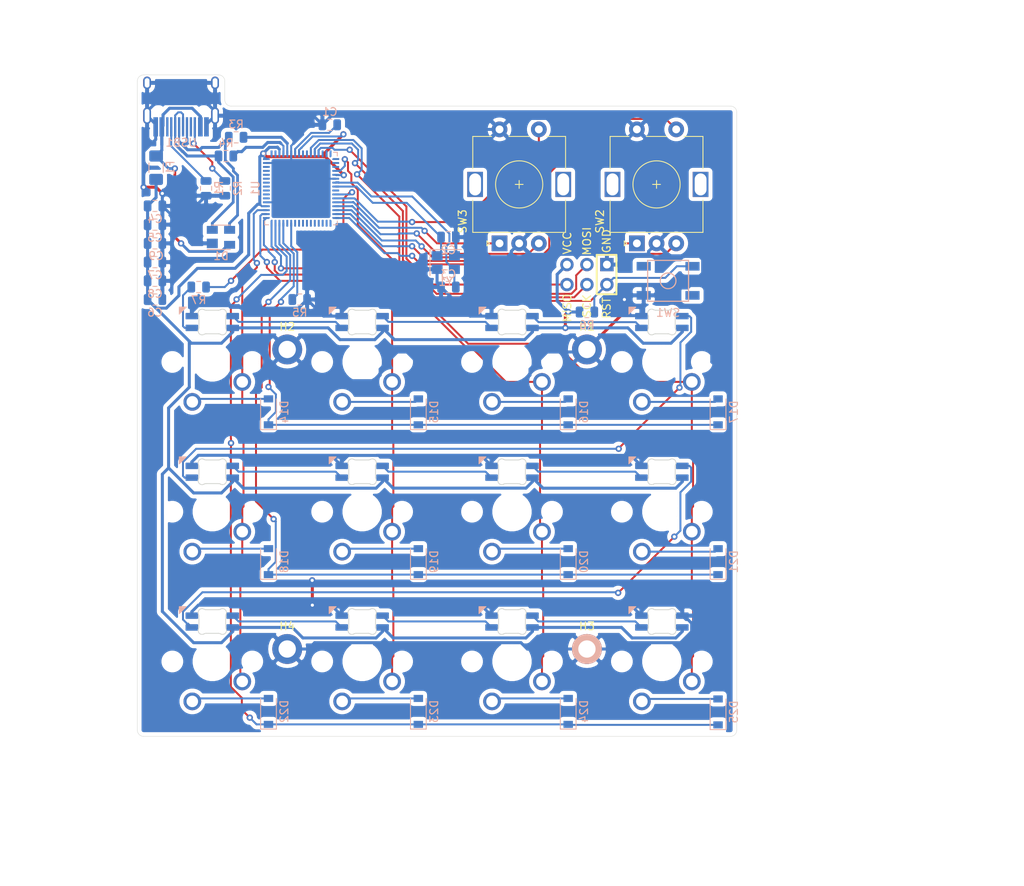
<source format=kicad_pcb>
(kicad_pcb (version 20171130) (host pcbnew "(5.1.4)-1")
  (layers (0 F.Cu signal) (31 B.Cu signal) (34 B.Paste user) (35 F.Paste user) (36 B.SilkS user) (37 F.SilkS user) (38 B.Mask user) (39 F.Mask user) (44 Edge.Cuts user))
  (net 0 "")
  (net 1 "Net-(D1-Pad3)")
  (net 2 "Net-(D1-Pad2)")
  (net 3 VCC)
  (net 4 GND)
  (net 5 +5V)
  (net 6 "Net-(R5-Pad1)")
  (net 7 D+)
  (net 8 D-)
  (net 9 "Net-(R2-Pad2)")
  (net 10 "Net-(R1-Pad2)")
  (net 11 "Net-(C1-Pad1)")
  (net 12 "Net-(C2-Pad1)")
  (net 13 "Net-(C3-Pad1)")
  (net 14 "Net-(D2-Pad4)")
  (net 15 "Net-(D2-Pad2)")
  (net 16 "Net-(D3-Pad2)")
  (net 17 "Net-(D4-Pad2)")
  (net 18 "Net-(D5-Pad2)")
  (net 19 "Net-(D6-Pad2)")
  (net 20 "Net-(D7-Pad2)")
  (net 21 "Net-(D8-Pad2)")
  (net 22 "Net-(D10-Pad4)")
  (net 23 "Net-(D10-Pad2)")
  (net 24 "Net-(D11-Pad2)")
  (net 25 "Net-(D12-Pad2)")
  (net 26 "Net-(D14-Pad2)")
  (net 27 Row3)
  (net 28 "Net-(D15-Pad2)")
  (net 29 "Net-(D16-Pad2)")
  (net 30 "Net-(D17-Pad2)")
  (net 31 "Net-(D18-Pad2)")
  (net 32 Row2)
  (net 33 "Net-(D19-Pad2)")
  (net 34 "Net-(D20-Pad2)")
  (net 35 "Net-(D21-Pad2)")
  (net 36 "Net-(D22-Pad2)")
  (net 37 Row1)
  (net 38 "Net-(D23-Pad2)")
  (net 39 "Net-(D24-Pad2)")
  (net 40 "Net-(D25-Pad2)")
  (net 41 RESET)
  (net 42 MOSI)
  (net 43 SCK)
  (net 44 MISO)
  (net 45 Col1)
  (net 46 Col2)
  (net 47 Col3)
  (net 48 Col4)
  (net 49 LED)
  (net 50 "Net-(SW2-PadA)")
  (net 51 "Net-(SW2-PadB)")
  (net 52 "Net-(SW2-PadS1)")
  (net 53 "Net-(SW3-PadA)")
  (net 54 "Net-(SW3-PadB)")
  (net 55 "Net-(SW3-PadS1)")
  (module Package_DFN_QFN:QFN-64-1EP_9x9mm_P0.5mm_EP7.5x7.5mm (layer B.Cu) (at 81.13125 70.01875 270)
    (fp_text reference U1 (at 0 5.8 90) (layer B.SilkS) (effects (justify mirror)))
    (fp_text value AT90USB1286-MU)
    (pad 64 smd custom (at -3.75 4.4125 270) (size 0.179289 0.179289) (layers B.Cu B.Paste B.Mask) (net 5 +5V) (options (clearance outline) (anchor circle)) (primitives (gr_poly (pts (xy -0.125 0.4375) (xy 0.125 0.4375) (xy 0.125 -0.4375) (xy -0.025 -0.4375) (xy -0.125 -0.3375)) (width 0))))
    (pad 63 smd roundrect (at -3.25 4.4125 270) (size 0.25 0.875) (layers B.Cu B.Paste B.Mask) (net 4 GND))
    (pad 62 smd roundrect (at -2.75 4.4125 270) (size 0.25 0.875) (layers B.Cu B.Paste B.Mask))
    (pad 61 smd roundrect (at -2.25 4.4125 270) (size 0.25 0.875) (layers B.Cu B.Paste B.Mask))
    (pad 60 smd roundrect (at -1.75 4.4125 270) (size 0.25 0.875) (layers B.Cu B.Paste B.Mask))
    (pad 59 smd roundrect (at -1.25 4.4125 270) (size 0.25 0.875) (layers B.Cu B.Paste B.Mask))
    (pad 58 smd roundrect (at -0.75 4.4125 270) (size 0.25 0.875) (layers B.Cu B.Paste B.Mask))
    (pad 57 smd roundrect (at -0.25 4.4125 270) (size 0.25 0.875) (layers B.Cu B.Paste B.Mask))
    (pad 56 smd roundrect (at 0.25 4.4125 270) (size 0.25 0.875) (layers B.Cu B.Paste B.Mask))
    (pad 55 smd roundrect (at 0.75 4.4125 270) (size 0.25 0.875) (layers B.Cu B.Paste B.Mask))
    (pad 54 smd roundrect (at 1.25 4.4125 270) (size 0.25 0.875) (layers B.Cu B.Paste B.Mask))
    (pad 53 smd roundrect (at 1.75 4.4125 270) (size 0.25 0.875) (layers B.Cu B.Paste B.Mask) (net 4 GND))
    (pad 52 smd roundrect (at 2.25 4.4125 270) (size 0.25 0.875) (layers B.Cu B.Paste B.Mask) (net 5 +5V))
    (pad 51 smd roundrect (at 2.75 4.4125 270) (size 0.25 0.875) (layers B.Cu B.Paste B.Mask) (net 45 Col1))
    (pad 50 smd roundrect (at 3.25 4.4125 270) (size 0.25 0.875) (layers B.Cu B.Paste B.Mask) (net 46 Col2))
    (pad 49 smd custom (at 3.75 4.4125 270) (size 0.179289 0.179289) (layers B.Cu B.Paste B.Mask) (net 47 Col3) (options (clearance outline) (anchor circle)) (primitives (gr_poly (pts (xy -0.125 0.4375) (xy 0.125 0.4375) (xy 0.125 -0.3375) (xy 0.025 -0.4375) (xy -0.125 -0.4375)) (width 0))))
    (pad 48 smd custom (at 4.4125 3.75 270) (size 0.179289 0.179289) (layers B.Cu B.Paste B.Mask) (net 48 Col4) (options (clearance outline) (anchor circle)) (primitives (gr_poly (pts (xy -0.4375 0.025) (xy -0.3375 0.125) (xy 0.4375 0.125) (xy 0.4375 -0.125) (xy -0.4375 -0.125)) (width 0))))
    (pad 47 smd roundrect (at 4.4125 3.25 270) (size 0.875 0.25) (layers B.Cu B.Paste B.Mask) (net 37 Row1))
    (pad 46 smd roundrect (at 4.4125 2.75 270) (size 0.875 0.25) (layers B.Cu B.Paste B.Mask) (net 32 Row2))
    (pad 45 smd roundrect (at 4.4125 2.25 270) (size 0.875 0.25) (layers B.Cu B.Paste B.Mask) (net 27 Row3))
    (pad 44 smd roundrect (at 4.4125 1.75 270) (size 0.875 0.25) (layers B.Cu B.Paste B.Mask))
    (pad 43 smd roundrect (at 4.4125 1.25 270) (size 0.875 0.25) (layers B.Cu B.Paste B.Mask) (net 6 "Net-(R5-Pad1)"))
    (pad 42 smd roundrect (at 4.4125 0.75 270) (size 0.875 0.25) (layers B.Cu B.Paste B.Mask))
    (pad 41 smd roundrect (at 4.4125 0.25 270) (size 0.875 0.25) (layers B.Cu B.Paste B.Mask))
    (pad 40 smd roundrect (at 4.4125 -0.25 270) (size 0.875 0.25) (layers B.Cu B.Paste B.Mask))
    (pad 39 smd roundrect (at 4.4125 -0.75 270) (size 0.875 0.25) (layers B.Cu B.Paste B.Mask))
    (pad 38 smd roundrect (at 4.4125 -1.25 270) (size 0.875 0.25) (layers B.Cu B.Paste B.Mask))
    (pad 37 smd roundrect (at 4.4125 -1.75 270) (size 0.875 0.25) (layers B.Cu B.Paste B.Mask))
    (pad 36 smd roundrect (at 4.4125 -2.25 270) (size 0.875 0.25) (layers B.Cu B.Paste B.Mask))
    (pad 35 smd roundrect (at 4.4125 -2.75 270) (size 0.875 0.25) (layers B.Cu B.Paste B.Mask))
    (pad 34 smd roundrect (at 4.4125 -3.25 270) (size 0.875 0.25) (layers B.Cu B.Paste B.Mask))
    (pad 33 smd custom (at 4.4125 -3.75 270) (size 0.179289 0.179289) (layers B.Cu B.Paste B.Mask) (options (clearance outline) (anchor circle)) (primitives (gr_poly (pts (xy -0.4375 0.125) (xy 0.4375 0.125) (xy 0.4375 -0.125) (xy -0.3375 -0.125) (xy -0.4375 -0.025)) (width 0))))
    (pad 32 smd custom (at 3.75 -4.4125 270) (size 0.179289 0.179289) (layers B.Cu B.Paste B.Mask) (net 51 "Net-(SW2-PadB)") (options (clearance outline) (anchor circle)) (primitives (gr_poly (pts (xy -0.125 0.4375) (xy 0.025 0.4375) (xy 0.125 0.3375) (xy 0.125 -0.4375) (xy -0.125 -0.4375)) (width 0))))
    (pad 31 smd roundrect (at 3.25 -4.4125 270) (size 0.25 0.875) (layers B.Cu B.Paste B.Mask) (net 50 "Net-(SW2-PadA)"))
    (pad 30 smd roundrect (at 2.75 -4.4125 270) (size 0.25 0.875) (layers B.Cu B.Paste B.Mask) (net 52 "Net-(SW2-PadS1)"))
    (pad 29 smd roundrect (at 2.25 -4.4125 270) (size 0.25 0.875) (layers B.Cu B.Paste B.Mask) (net 54 "Net-(SW3-PadB)"))
    (pad 28 smd roundrect (at 1.75 -4.4125 270) (size 0.25 0.875) (layers B.Cu B.Paste B.Mask) (net 53 "Net-(SW3-PadA)"))
    (pad 27 smd roundrect (at 1.25 -4.4125 270) (size 0.25 0.875) (layers B.Cu B.Paste B.Mask) (net 55 "Net-(SW3-PadS1)"))
    (pad 26 smd roundrect (at 0.75 -4.4125 270) (size 0.25 0.875) (layers B.Cu B.Paste B.Mask) (net 49 LED))
    (pad 25 smd roundrect (at 0.25 -4.4125 270) (size 0.25 0.875) (layers B.Cu B.Paste B.Mask))
    (pad 24 smd roundrect (at -0.25 -4.4125 270) (size 0.25 0.875) (layers B.Cu B.Paste B.Mask) (net 12 "Net-(C2-Pad1)"))
    (pad 23 smd roundrect (at -0.75 -4.4125 270) (size 0.25 0.875) (layers B.Cu B.Paste B.Mask) (net 13 "Net-(C3-Pad1)"))
    (pad 22 smd roundrect (at -1.25 -4.4125 270) (size 0.25 0.875) (layers B.Cu B.Paste B.Mask) (net 4 GND))
    (pad 21 smd roundrect (at -1.75 -4.4125 270) (size 0.25 0.875) (layers B.Cu B.Paste B.Mask) (net 5 +5V))
    (pad 20 smd roundrect (at -2.25 -4.4125 270) (size 0.25 0.875) (layers B.Cu B.Paste B.Mask) (net 41 RESET))
    (pad 19 smd roundrect (at -2.75 -4.4125 270) (size 0.25 0.875) (layers B.Cu B.Paste B.Mask))
    (pad 18 smd roundrect (at -3.25 -4.4125 270) (size 0.25 0.875) (layers B.Cu B.Paste B.Mask))
    (pad 17 smd custom (at -3.75 -4.4125 270) (size 0.179289 0.179289) (layers B.Cu B.Paste B.Mask) (options (clearance outline) (anchor circle)) (primitives (gr_poly (pts (xy -0.125 0.3375) (xy -0.025 0.4375) (xy 0.125 0.4375) (xy 0.125 -0.4375) (xy -0.125 -0.4375)) (width 0))))
    (pad 16 smd custom (at -4.4125 -3.75 270) (size 0.179289 0.179289) (layers B.Cu B.Paste B.Mask) (options (clearance outline) (anchor circle)) (primitives (gr_poly (pts (xy -0.4375 0.125) (xy 0.4375 0.125) (xy 0.4375 -0.025) (xy 0.3375 -0.125) (xy -0.4375 -0.125)) (width 0))))
    (pad 15 smd roundrect (at -4.4125 -3.25 270) (size 0.875 0.25) (layers B.Cu B.Paste B.Mask))
    (pad 14 smd roundrect (at -4.4125 -2.75 270) (size 0.875 0.25) (layers B.Cu B.Paste B.Mask))
    (pad 13 smd roundrect (at -4.4125 -2.25 270) (size 0.875 0.25) (layers B.Cu B.Paste B.Mask) (net 44 MISO))
    (pad 12 smd roundrect (at -4.4125 -1.75 270) (size 0.875 0.25) (layers B.Cu B.Paste B.Mask) (net 42 MOSI))
    (pad 11 smd roundrect (at -4.4125 -1.25 270) (size 0.875 0.25) (layers B.Cu B.Paste B.Mask) (net 43 SCK))
    (pad 10 smd roundrect (at -4.4125 -0.75 270) (size 0.875 0.25) (layers B.Cu B.Paste B.Mask))
    (pad 9 smd roundrect (at -4.4125 -0.25 270) (size 0.875 0.25) (layers B.Cu B.Paste B.Mask))
    (pad 8 smd roundrect (at -4.4125 0.25 270) (size 0.875 0.25) (layers B.Cu B.Paste B.Mask) (net 5 +5V))
    (pad 7 smd roundrect (at -4.4125 0.75 270) (size 0.875 0.25) (layers B.Cu B.Paste B.Mask) (net 11 "Net-(C1-Pad1)"))
    (pad 6 smd roundrect (at -4.4125 1.25 270) (size 0.875 0.25) (layers B.Cu B.Paste B.Mask) (net 4 GND))
    (pad 5 smd roundrect (at -4.4125 1.75 270) (size 0.875 0.25) (layers B.Cu B.Paste B.Mask) (net 7 D+))
    (pad 4 smd roundrect (at -4.4125 2.25 270) (size 0.875 0.25) (layers B.Cu B.Paste B.Mask) (net 8 D-))
    (pad 3 smd roundrect (at -4.4125 2.75 270) (size 0.875 0.25) (layers B.Cu B.Paste B.Mask) (net 5 +5V))
    (pad 2 smd roundrect (at -4.4125 3.25 270) (size 0.875 0.25) (layers B.Cu B.Paste B.Mask))
    (pad 1 smd custom (at -4.4125 3.75 270) (size 0.179289 0.179289) (layers B.Cu B.Paste B.Mask) (options (clearance outline) (anchor circle)) (primitives (gr_poly (pts (xy -0.4375 0.125) (xy 0.3375 0.125) (xy 0.4375 0.025) (xy 0.4375 -0.125) (xy -0.4375 -0.125)) (width 0))))
    (pad 65 smd roundrect (at 0 0 270) (size 7.5 7.5) (layers B.Cu B.Mask) (roundrect_rratio 0.033333) (net 4 GND))
  )
  (module Package_TO_SOT_SMD:SOT-143 (layer B.Cu) (at 70.95 76.22375)
    (fp_text reference D1 (at 0.02 2.38) (layer B.SilkS) (effects (justify mirror)))
    (fp_text value PRTR5V0U2X)
    (pad 4 smd rect (at 1.1 0.95 90) (size 1 1.4) (layers B.Cu B.Paste B.Mask) (net 3 VCC))
    (pad 3 smd rect (at 1.1 -0.95 90) (size 1 1.4) (layers B.Cu B.Paste B.Mask) (net 1 "Net-(D1-Pad3)"))
    (pad 2 smd rect (at -1.1 -0.95 90) (size 1 1.4) (layers B.Cu B.Paste B.Mask) (net 2 "Net-(D1-Pad2)"))
    (pad 1 smd rect (at -1.1 0.77 90) (size 1.2 1.4) (layers B.Cu B.Paste B.Mask) (net 4 GND))
  )
  (module MX_Only:MXOnly-1U-NoLED (layer F.Cu) (at 127 92.075 180)
    (fp_text reference MX4)
    (fp_text value MX-NoLED)
    (pad 2 thru_hole circle (at 2.54 -5.08 180) (size 2.25 2.25) (drill 1.47) (layers *.Cu B.Mask) (net 30 "Net-(D17-Pad2)"))
    (pad "" np_thru_hole circle (at 0 0 180) (size 3.9878 3.9878) (drill 3.9878) (layers *.Cu *.Mask))
    (pad 1 thru_hole circle (at -3.81 -2.54 180) (size 2.25 2.25) (drill 1.47) (layers *.Cu B.Mask) (net 48 Col4))
    (pad "" np_thru_hole circle (at -5.08 0 228.0996) (size 1.75 1.75) (drill 1.75) (layers *.Cu *.Mask))
    (pad "" np_thru_hole circle (at 5.08 0 228.0996) (size 1.75 1.75) (drill 1.75) (layers *.Cu *.Mask))
  )
  (module kicad-keyboard-parts:MX_SK6812MINI-E (layer F.Cu) (at 127 92.075 180)
    (fp_text reference D5 hide)
    (fp_text value SK6812MINI-E)
    (fp_arc (start -0.794452 7.079999) (end -0.794452 6.579999) (angle -30.2992623) (layer Edge.Cuts) (width 0.1))
    (fp_arc (start 0.794452 7.079999) (end 1.046711 6.648298) (angle -30.29933433) (layer Edge.Cuts) (width 0.1))
    (fp_arc (start 1.298969 6.216597) (end 1.046711 6.648298) (angle -146.0055121) (layer Edge.Cuts) (width 0.1))
    (fp_arc (start 2.199999 5.782841) (end 1.699999 5.782841) (angle -25.70617777) (layer Edge.Cuts) (width 0.1))
    (fp_arc (start 2.199999 4.377157) (end 1.749484 4.160279) (angle -25.70608136) (layer Edge.Cuts) (width 0.1))
    (fp_arc (start 1.298969 3.943402) (end 1.749484 4.160279) (angle -146.0053097) (layer Edge.Cuts) (width 0.1))
    (fp_arc (start 0.794453 3.08) (end 0.794453 3.58) (angle -30.29922831) (layer Edge.Cuts) (width 0.1))
    (fp_arc (start -0.794452 3.08) (end -1.046711 3.5117) (angle -30.29928212) (layer Edge.Cuts) (width 0.1))
    (fp_arc (start -1.298969 3.943401) (end -1.046711 3.5117) (angle -146.0054017) (layer Edge.Cuts) (width 0.1))
    (fp_arc (start -2.199999 4.377157) (end -1.699999 4.377157) (angle -25.70611954) (layer Edge.Cuts) (width 0.1))
    (fp_arc (start -2.199999 5.782841) (end -1.749484 5.999719) (angle -25.70611205) (layer Edge.Cuts) (width 0.1))
    (fp_arc (start -1.298969 6.216596) (end -1.749484 5.999719) (angle -146.0053744) (layer Edge.Cuts) (width 0.1))
    (fp_line (start -1.699999 5.782841) (end -1.699999 4.377157) (layer Edge.Cuts) (width 0.1))
    (fp_line (start -0.794452 3.58) (end 0.794453 3.58) (layer Edge.Cuts) (width 0.1))
    (fp_line (start 1.699999 4.377157) (end 1.699999 5.782841) (layer Edge.Cuts) (width 0.1))
    (fp_line (start 0.794452 6.579999) (end -0.794452 6.579999) (layer Edge.Cuts) (width 0.1))
    (pad 3 smd roundrect (at 2.6 5.829999 90) (size 0.82 1.6) (layers B.Cu B.Paste B.Mask) (roundrect_rratio 0.1) (net 4 GND))
    (pad 4 smd roundrect (at 2.6 4.329999 90) (size 0.82 1.6) (layers B.Cu B.Paste B.Mask) (roundrect_rratio 0.1) (net 17 "Net-(D4-Pad2)"))
    (pad 2 smd roundrect (at -2.6 5.829999 90) (size 0.82 1.6) (layers B.Cu B.Paste B.Mask) (roundrect_rratio 0.1) (net 18 "Net-(D5-Pad2)"))
    (pad 1 smd roundrect (at -2.6 4.329999 90) (size 0.82 1.6) (layers B.Cu B.Paste B.Mask) (roundrect_rratio 0.1) (net 5 +5V))
  )
  (module MX_Only:MXOnly-1U-NoLED (layer F.Cu) (at 88.9 92.075 180)
    (fp_text reference MX2)
    (fp_text value MX-NoLED)
    (pad 2 thru_hole circle (at 2.54 -5.08 180) (size 2.25 2.25) (drill 1.47) (layers *.Cu B.Mask) (net 28 "Net-(D15-Pad2)"))
    (pad "" np_thru_hole circle (at 0 0 180) (size 3.9878 3.9878) (drill 3.9878) (layers *.Cu *.Mask))
    (pad 1 thru_hole circle (at -3.81 -2.54 180) (size 2.25 2.25) (drill 1.47) (layers *.Cu B.Mask) (net 46 Col2))
    (pad "" np_thru_hole circle (at -5.08 0 228.0996) (size 1.75 1.75) (drill 1.75) (layers *.Cu *.Mask))
    (pad "" np_thru_hole circle (at 5.08 0 228.0996) (size 1.75 1.75) (drill 1.75) (layers *.Cu *.Mask))
  )
  (module kicad-keyboard-parts:MX_SK6812MINI-E (layer F.Cu) (at 69.85 92.075 180)
    (fp_text reference D2 hide)
    (fp_text value SK6812MINI-E)
    (fp_arc (start -0.794452 7.079999) (end -0.794452 6.579999) (angle -30.2992623) (layer Edge.Cuts) (width 0.1))
    (fp_arc (start 0.794452 7.079999) (end 1.046711 6.648298) (angle -30.29933433) (layer Edge.Cuts) (width 0.1))
    (fp_arc (start 1.298969 6.216597) (end 1.046711 6.648298) (angle -146.0055121) (layer Edge.Cuts) (width 0.1))
    (fp_arc (start 2.199999 5.782841) (end 1.699999 5.782841) (angle -25.70617777) (layer Edge.Cuts) (width 0.1))
    (fp_arc (start 2.199999 4.377157) (end 1.749484 4.160279) (angle -25.70608136) (layer Edge.Cuts) (width 0.1))
    (fp_arc (start 1.298969 3.943402) (end 1.749484 4.160279) (angle -146.0053097) (layer Edge.Cuts) (width 0.1))
    (fp_arc (start 0.794453 3.08) (end 0.794453 3.58) (angle -30.29922831) (layer Edge.Cuts) (width 0.1))
    (fp_arc (start -0.794452 3.08) (end -1.046711 3.5117) (angle -30.29928212) (layer Edge.Cuts) (width 0.1))
    (fp_arc (start -1.298969 3.943401) (end -1.046711 3.5117) (angle -146.0054017) (layer Edge.Cuts) (width 0.1))
    (fp_arc (start -2.199999 4.377157) (end -1.699999 4.377157) (angle -25.70611954) (layer Edge.Cuts) (width 0.1))
    (fp_arc (start -2.199999 5.782841) (end -1.749484 5.999719) (angle -25.70611205) (layer Edge.Cuts) (width 0.1))
    (fp_arc (start -1.298969 6.216596) (end -1.749484 5.999719) (angle -146.0053744) (layer Edge.Cuts) (width 0.1))
    (fp_line (start -1.699999 5.782841) (end -1.699999 4.377157) (layer Edge.Cuts) (width 0.1))
    (fp_line (start -0.794452 3.58) (end 0.794453 3.58) (layer Edge.Cuts) (width 0.1))
    (fp_line (start 1.699999 4.377157) (end 1.699999 5.782841) (layer Edge.Cuts) (width 0.1))
    (fp_line (start 0.794452 6.579999) (end -0.794452 6.579999) (layer Edge.Cuts) (width 0.1))
    (pad 3 smd roundrect (at 2.6 5.829999 90) (size 0.82 1.6) (layers B.Cu B.Paste B.Mask) (roundrect_rratio 0.1) (net 4 GND))
    (pad 4 smd roundrect (at 2.6 4.329999 90) (size 0.82 1.6) (layers B.Cu B.Paste B.Mask) (roundrect_rratio 0.1) (net 14 "Net-(D2-Pad4)"))
    (pad 2 smd roundrect (at -2.6 5.829999 90) (size 0.82 1.6) (layers B.Cu B.Paste B.Mask) (roundrect_rratio 0.1) (net 15 "Net-(D2-Pad2)"))
    (pad 1 smd roundrect (at -2.6 4.329999 90) (size 0.82 1.6) (layers B.Cu B.Paste B.Mask) (roundrect_rratio 0.1) (net 5 +5V))
  )
  (module kicad-keyboard-parts:MX_SK6812MINI-E (layer F.Cu) (at 88.9 130.175 180)
    (fp_text reference D11 hide)
    (fp_text value SK6812MINI-E)
    (fp_arc (start -0.794452 7.079999) (end -0.794452 6.579999) (angle -30.2992623) (layer Edge.Cuts) (width 0.1))
    (fp_arc (start 0.794452 7.079999) (end 1.046711 6.648298) (angle -30.29933433) (layer Edge.Cuts) (width 0.1))
    (fp_arc (start 1.298969 6.216597) (end 1.046711 6.648298) (angle -146.0055121) (layer Edge.Cuts) (width 0.1))
    (fp_arc (start 2.199999 5.782841) (end 1.699999 5.782841) (angle -25.70617777) (layer Edge.Cuts) (width 0.1))
    (fp_arc (start 2.199999 4.377157) (end 1.749484 4.160279) (angle -25.70608136) (layer Edge.Cuts) (width 0.1))
    (fp_arc (start 1.298969 3.943402) (end 1.749484 4.160279) (angle -146.0053097) (layer Edge.Cuts) (width 0.1))
    (fp_arc (start 0.794453 3.08) (end 0.794453 3.58) (angle -30.29922831) (layer Edge.Cuts) (width 0.1))
    (fp_arc (start -0.794452 3.08) (end -1.046711 3.5117) (angle -30.29928212) (layer Edge.Cuts) (width 0.1))
    (fp_arc (start -1.298969 3.943401) (end -1.046711 3.5117) (angle -146.0054017) (layer Edge.Cuts) (width 0.1))
    (fp_arc (start -2.199999 4.377157) (end -1.699999 4.377157) (angle -25.70611954) (layer Edge.Cuts) (width 0.1))
    (fp_arc (start -2.199999 5.782841) (end -1.749484 5.999719) (angle -25.70611205) (layer Edge.Cuts) (width 0.1))
    (fp_arc (start -1.298969 6.216596) (end -1.749484 5.999719) (angle -146.0053744) (layer Edge.Cuts) (width 0.1))
    (fp_line (start -1.699999 5.782841) (end -1.699999 4.377157) (layer Edge.Cuts) (width 0.1))
    (fp_line (start -0.794452 3.58) (end 0.794453 3.58) (layer Edge.Cuts) (width 0.1))
    (fp_line (start 1.699999 4.377157) (end 1.699999 5.782841) (layer Edge.Cuts) (width 0.1))
    (fp_line (start 0.794452 6.579999) (end -0.794452 6.579999) (layer Edge.Cuts) (width 0.1))
    (pad 3 smd roundrect (at 2.6 5.829999 90) (size 0.82 1.6) (layers B.Cu B.Paste B.Mask) (roundrect_rratio 0.1) (net 4 GND))
    (pad 4 smd roundrect (at 2.6 4.329999 90) (size 0.82 1.6) (layers B.Cu B.Paste B.Mask) (roundrect_rratio 0.1) (net 23 "Net-(D10-Pad2)"))
    (pad 2 smd roundrect (at -2.6 5.829999 90) (size 0.82 1.6) (layers B.Cu B.Paste B.Mask) (roundrect_rratio 0.1) (net 24 "Net-(D11-Pad2)"))
    (pad 1 smd roundrect (at -2.6 4.329999 90) (size 0.82 1.6) (layers B.Cu B.Paste B.Mask) (roundrect_rratio 0.1) (net 5 +5V))
  )
  (module kicad-keyboard-parts:MX_SK6812MINI-E (layer F.Cu) (at 88.9 111.125 180)
    (fp_text reference D7 hide)
    (fp_text value SK6812MINI-E)
    (fp_arc (start -0.794452 7.079999) (end -0.794452 6.579999) (angle -30.2992623) (layer Edge.Cuts) (width 0.1))
    (fp_arc (start 0.794452 7.079999) (end 1.046711 6.648298) (angle -30.29933433) (layer Edge.Cuts) (width 0.1))
    (fp_arc (start 1.298969 6.216597) (end 1.046711 6.648298) (angle -146.0055121) (layer Edge.Cuts) (width 0.1))
    (fp_arc (start 2.199999 5.782841) (end 1.699999 5.782841) (angle -25.70617777) (layer Edge.Cuts) (width 0.1))
    (fp_arc (start 2.199999 4.377157) (end 1.749484 4.160279) (angle -25.70608136) (layer Edge.Cuts) (width 0.1))
    (fp_arc (start 1.298969 3.943402) (end 1.749484 4.160279) (angle -146.0053097) (layer Edge.Cuts) (width 0.1))
    (fp_arc (start 0.794453 3.08) (end 0.794453 3.58) (angle -30.29922831) (layer Edge.Cuts) (width 0.1))
    (fp_arc (start -0.794452 3.08) (end -1.046711 3.5117) (angle -30.29928212) (layer Edge.Cuts) (width 0.1))
    (fp_arc (start -1.298969 3.943401) (end -1.046711 3.5117) (angle -146.0054017) (layer Edge.Cuts) (width 0.1))
    (fp_arc (start -2.199999 4.377157) (end -1.699999 4.377157) (angle -25.70611954) (layer Edge.Cuts) (width 0.1))
    (fp_arc (start -2.199999 5.782841) (end -1.749484 5.999719) (angle -25.70611205) (layer Edge.Cuts) (width 0.1))
    (fp_arc (start -1.298969 6.216596) (end -1.749484 5.999719) (angle -146.0053744) (layer Edge.Cuts) (width 0.1))
    (fp_line (start -1.699999 5.782841) (end -1.699999 4.377157) (layer Edge.Cuts) (width 0.1))
    (fp_line (start -0.794452 3.58) (end 0.794453 3.58) (layer Edge.Cuts) (width 0.1))
    (fp_line (start 1.699999 4.377157) (end 1.699999 5.782841) (layer Edge.Cuts) (width 0.1))
    (fp_line (start 0.794452 6.579999) (end -0.794452 6.579999) (layer Edge.Cuts) (width 0.1))
    (pad 3 smd roundrect (at 2.6 5.829999 90) (size 0.82 1.6) (layers B.Cu B.Paste B.Mask) (roundrect_rratio 0.1) (net 4 GND))
    (pad 4 smd roundrect (at 2.6 4.329999 90) (size 0.82 1.6) (layers B.Cu B.Paste B.Mask) (roundrect_rratio 0.1) (net 19 "Net-(D6-Pad2)"))
    (pad 2 smd roundrect (at -2.6 5.829999 90) (size 0.82 1.6) (layers B.Cu B.Paste B.Mask) (roundrect_rratio 0.1) (net 20 "Net-(D7-Pad2)"))
    (pad 1 smd roundrect (at -2.6 4.329999 90) (size 0.82 1.6) (layers B.Cu B.Paste B.Mask) (roundrect_rratio 0.1) (net 5 +5V))
  )
  (module Capacitor_SMD:C_0805_2012Metric (layer B.Cu) (at 62.5625 84.1375)
    (fp_text reference C6 (at 0 1.65) (layer B.SilkS) (effects (justify mirror)))
    (fp_text value 0.1uF)
    (pad 2 smd roundrect (at 0.9375 0) (size 0.975 1.4) (layers B.Cu B.Paste B.Mask) (net 4 GND))
    (pad 1 smd roundrect (at -0.9375 0) (size 0.975 1.4) (layers B.Cu B.Paste B.Mask) (net 5 +5V))
  )
  (module kicad-keyboard-parts:MX_SK6812MINI-E (layer F.Cu) (at 88.9 92.075 180)
    (fp_text reference D3 hide)
    (fp_text value SK6812MINI-E)
    (fp_arc (start -0.794452 7.079999) (end -0.794452 6.579999) (angle -30.2992623) (layer Edge.Cuts) (width 0.1))
    (fp_arc (start 0.794452 7.079999) (end 1.046711 6.648298) (angle -30.29933433) (layer Edge.Cuts) (width 0.1))
    (fp_arc (start 1.298969 6.216597) (end 1.046711 6.648298) (angle -146.0055121) (layer Edge.Cuts) (width 0.1))
    (fp_arc (start 2.199999 5.782841) (end 1.699999 5.782841) (angle -25.70617777) (layer Edge.Cuts) (width 0.1))
    (fp_arc (start 2.199999 4.377157) (end 1.749484 4.160279) (angle -25.70608136) (layer Edge.Cuts) (width 0.1))
    (fp_arc (start 1.298969 3.943402) (end 1.749484 4.160279) (angle -146.0053097) (layer Edge.Cuts) (width 0.1))
    (fp_arc (start 0.794453 3.08) (end 0.794453 3.58) (angle -30.29922831) (layer Edge.Cuts) (width 0.1))
    (fp_arc (start -0.794452 3.08) (end -1.046711 3.5117) (angle -30.29928212) (layer Edge.Cuts) (width 0.1))
    (fp_arc (start -1.298969 3.943401) (end -1.046711 3.5117) (angle -146.0054017) (layer Edge.Cuts) (width 0.1))
    (fp_arc (start -2.199999 4.377157) (end -1.699999 4.377157) (angle -25.70611954) (layer Edge.Cuts) (width 0.1))
    (fp_arc (start -2.199999 5.782841) (end -1.749484 5.999719) (angle -25.70611205) (layer Edge.Cuts) (width 0.1))
    (fp_arc (start -1.298969 6.216596) (end -1.749484 5.999719) (angle -146.0053744) (layer Edge.Cuts) (width 0.1))
    (fp_line (start -1.699999 5.782841) (end -1.699999 4.377157) (layer Edge.Cuts) (width 0.1))
    (fp_line (start -0.794452 3.58) (end 0.794453 3.58) (layer Edge.Cuts) (width 0.1))
    (fp_line (start 1.699999 4.377157) (end 1.699999 5.782841) (layer Edge.Cuts) (width 0.1))
    (fp_line (start 0.794452 6.579999) (end -0.794452 6.579999) (layer Edge.Cuts) (width 0.1))
    (pad 3 smd roundrect (at 2.6 5.829999 90) (size 0.82 1.6) (layers B.Cu B.Paste B.Mask) (roundrect_rratio 0.1) (net 4 GND))
    (pad 4 smd roundrect (at 2.6 4.329999 90) (size 0.82 1.6) (layers B.Cu B.Paste B.Mask) (roundrect_rratio 0.1) (net 15 "Net-(D2-Pad2)"))
    (pad 2 smd roundrect (at -2.6 5.829999 90) (size 0.82 1.6) (layers B.Cu B.Paste B.Mask) (roundrect_rratio 0.1) (net 16 "Net-(D3-Pad2)"))
    (pad 1 smd roundrect (at -2.6 4.329999 90) (size 0.82 1.6) (layers B.Cu B.Paste B.Mask) (roundrect_rratio 0.1) (net 5 +5V))
  )
  (module MountingHole:MountingHole_2.2mm_M2_DIN965_Pad (layer F.Cu) (at 79.375 128.5875)
    (fp_text reference H4 (at 0 -2.9) (layer F.SilkS))
    (fp_text value MountingHole)
    (pad 1 thru_hole circle (at 0 0) (size 3.8 3.8) (drill 2.2) (layers *.Cu *.Mask) (net 4 GND))
  )
  (module MountingHole:MountingHole_2.2mm_M2_DIN965_Pad (layer F.Cu) (at 117.475 128.5875)
    (fp_text reference H3 (at 0 -2.9) (layer F.SilkS))
    (fp_text value MountingHole)
    (pad 1 thru_hole circle (at 0 0) (size 3.8 3.8) (drill 2.2) (layers *.Cu *.Mask B.SilkS) (net 4 GND))
  )
  (module MountingHole:MountingHole_2.2mm_M2_DIN965_Pad (layer F.Cu) (at 79.375 90.4875)
    (fp_text reference H2 (at 0 -2.9) (layer F.SilkS))
    (fp_text value MountingHole)
    (pad 1 thru_hole circle (at 0 0) (size 3.8 3.8) (drill 2.2) (layers *.Cu *.Mask) (net 4 GND))
  )
  (module MountingHole:MountingHole_2.2mm_M2_DIN965_Pad (layer F.Cu) (at 117.475 90.4875)
    (fp_text reference H1 (at 0 -2.9) (layer F.SilkS))
    (fp_text value MountingHole)
    (pad 1 thru_hole circle (at 0 0) (size 3.8 3.8) (drill 2.2) (layers *.Cu *.Mask) (net 4 GND))
  )
  (module Crystal:Crystal_SMD_3225-4Pin_3.2x2.5mm (layer B.Cu) (at 99.525 79.43125)
    (fp_text reference Y1 (at 0 2.45) (layer B.SilkS) (effects (justify mirror)))
    (fp_text value 16MHz)
    (pad 4 smd rect (at -1.1 0.85) (size 1.4 1.2) (layers B.Cu B.Paste B.Mask) (net 4 GND))
    (pad 3 smd rect (at 1.1 0.85) (size 1.4 1.2) (layers B.Cu B.Paste B.Mask) (net 13 "Net-(C3-Pad1)"))
    (pad 2 smd rect (at 1.1 -0.85) (size 1.4 1.2) (layers B.Cu B.Paste B.Mask) (net 4 GND))
    (pad 1 smd rect (at -1.1 -0.85) (size 1.4 1.2) (layers B.Cu B.Paste B.Mask) (net 12 "Net-(C2-Pad1)"))
  )
  (module Type-C:HRO-TYPE-C-31-M-12-HandSoldering (layer B.Cu) (at 65.88125 53.975)
    (fp_text reference USB1 (at 0 10.2) (layer B.SilkS) (effects (justify mirror)))
    (fp_text value HRO-TYPE-C-31-M-12)
    (pad 12 smd rect (at 3.225 8.195) (size 0.6 2.45) (layers B.Cu B.Paste B.Mask) (net 4 GND) (clearance 0.15))
    (pad 1 smd rect (at -3.225 8.195) (size 0.6 2.45) (layers B.Cu B.Paste B.Mask) (net 4 GND) (clearance 0.15))
    (pad 11 smd rect (at 2.45 8.195) (size 0.6 2.45) (layers B.Cu B.Paste B.Mask) (net 3 VCC) (clearance 0.15))
    (pad 2 smd rect (at -2.45 8.195) (size 0.6 2.45) (layers B.Cu B.Paste B.Mask) (net 3 VCC) (clearance 0.15))
    (pad 3 smd rect (at -1.75 8.195) (size 0.3 2.45) (layers B.Cu B.Paste B.Mask))
    (pad 10 smd rect (at 1.75 8.195) (size 0.3 2.45) (layers B.Cu B.Paste B.Mask) (net 9 "Net-(R2-Pad2)"))
    (pad 4 smd rect (at -1.25 8.195) (size 0.3 2.45) (layers B.Cu B.Paste B.Mask) (net 10 "Net-(R1-Pad2)"))
    (pad 9 smd rect (at 1.25 8.195) (size 0.3 2.45) (layers B.Cu B.Paste B.Mask))
    (pad 5 smd rect (at -0.75 8.195) (size 0.3 2.45) (layers B.Cu B.Paste B.Mask) (net 2 "Net-(D1-Pad2)"))
    (pad 8 smd rect (at 0.75 8.195) (size 0.3 2.45) (layers B.Cu B.Paste B.Mask) (net 1 "Net-(D1-Pad3)"))
    (pad 7 smd rect (at 0.25 8.195) (size 0.3 2.45) (layers B.Cu B.Paste B.Mask) (net 2 "Net-(D1-Pad2)"))
    (pad 6 smd rect (at -0.25 8.195) (size 0.3 2.45) (layers B.Cu B.Paste B.Mask) (net 1 "Net-(D1-Pad3)"))
    (pad "" np_thru_hole circle (at 2.89 6.25) (size 0.65 0.65) (drill 0.65) (layers *.Cu *.Mask))
    (pad "" np_thru_hole circle (at -2.89 6.25) (size 0.65 0.65) (drill 0.65) (layers *.Cu *.Mask))
    (pad 13 thru_hole oval (at -4.32 6.78) (size 1 2.1) (drill oval 0.6 1.7) (layers *.Cu F.Mask) (net 4 GND))
    (pad 13 thru_hole oval (at 4.32 6.78) (size 1 2.1) (drill oval 0.6 1.7) (layers *.Cu F.Mask) (net 4 GND))
    (pad 13 thru_hole oval (at -4.32 2.6) (size 1 1.6) (drill oval 0.6 1.2) (layers *.Cu F.Mask) (net 4 GND))
    (pad 13 thru_hole oval (at 4.32 2.6) (size 1 1.6) (drill oval 0.6 1.2) (layers *.Cu F.Mask) (net 4 GND))
  )
  (module Rotary_Encoder:RotaryEncoder_Alps_EC11E-Switch_Vertical_H20mm (layer F.Cu) (at 106.3625 76.99375 90)
    (fp_text reference SW3 (at 2.8 -4.7 90) (layer F.SilkS))
    (fp_text value Rotary_Encoder_Switch)
    (pad A thru_hole rect (at 0 0 90) (size 2 2) (drill 1) (layers *.Cu *.Mask) (net 53 "Net-(SW3-PadA)"))
    (pad C thru_hole circle (at 0 2.5 90) (size 2 2) (drill 1) (layers *.Cu *.Mask) (net 4 GND))
    (pad B thru_hole circle (at 0 5 90) (size 2 2) (drill 1) (layers *.Cu *.Mask) (net 54 "Net-(SW3-PadB)"))
    (pad MP thru_hole rect (at 7.5 -3.1 90) (size 3.2 2) (drill oval 2.8 1.5) (layers *.Cu *.Mask))
    (pad MP thru_hole rect (at 7.5 8.1 90) (size 3.2 2) (drill oval 2.8 1.5) (layers *.Cu *.Mask))
    (pad S2 thru_hole circle (at 14.5 0 90) (size 2 2) (drill 1) (layers *.Cu *.Mask) (net 4 GND))
    (pad S1 thru_hole circle (at 14.5 5 90) (size 2 2) (drill 1) (layers *.Cu *.Mask) (net 55 "Net-(SW3-PadS1)"))
  )
  (module Rotary_Encoder:RotaryEncoder_Alps_EC11E-Switch_Vertical_H20mm (layer F.Cu) (at 123.825 76.99375 90)
    (fp_text reference SW2 (at 2.8 -4.7 90) (layer F.SilkS))
    (fp_text value Rotary_Encoder_Switch)
    (pad A thru_hole rect (at 0 0 90) (size 2 2) (drill 1) (layers *.Cu *.Mask) (net 50 "Net-(SW2-PadA)"))
    (pad C thru_hole circle (at 0 2.5 90) (size 2 2) (drill 1) (layers *.Cu *.Mask) (net 4 GND))
    (pad B thru_hole circle (at 0 5 90) (size 2 2) (drill 1) (layers *.Cu *.Mask) (net 51 "Net-(SW2-PadB)"))
    (pad MP thru_hole rect (at 7.5 -3.1 90) (size 3.2 2) (drill oval 2.8 1.5) (layers *.Cu *.Mask))
    (pad MP thru_hole rect (at 7.5 8.1 90) (size 3.2 2) (drill oval 2.8 1.5) (layers *.Cu *.Mask))
    (pad S2 thru_hole circle (at 14.5 0 90) (size 2 2) (drill 1) (layers *.Cu *.Mask) (net 4 GND))
    (pad S1 thru_hole circle (at 14.5 5 90) (size 2 2) (drill 1) (layers *.Cu *.Mask) (net 52 "Net-(SW2-PadS1)"))
  )
  (module random-keyboard-parts:SKQG-1155865 (layer B.Cu) (at 127.79375 81.75625 180)
    (fp_text reference SW1 (at 0 -4.064) (layer B.SilkS) (effects (justify mirror)))
    (fp_text value SW_Push)
    (pad 4 smd rect (at -3.1 -1.85 180) (size 1.8 1.1) (layers B.Cu B.Paste B.Mask))
    (pad 3 smd rect (at 3.1 1.85 180) (size 1.8 1.1) (layers B.Cu B.Paste B.Mask))
    (pad 2 smd rect (at -3.1 1.85 180) (size 1.8 1.1) (layers B.Cu B.Paste B.Mask) (net 41 RESET))
    (pad 1 smd rect (at 3.1 -1.85 180) (size 1.8 1.1) (layers B.Cu B.Paste B.Mask) (net 4 GND))
  )
  (module Resistor_SMD:R_0805_2012Metric (layer B.Cu) (at 68.11875 82.55)
    (fp_text reference R7 (at 0 1.65) (layer B.SilkS) (effects (justify mirror)))
    (fp_text value 499)
    (pad 2 smd roundrect (at 0.9375 0) (size 0.975 1.4) (layers B.Cu B.Paste B.Mask) (net 49 LED))
    (pad 1 smd roundrect (at -0.9375 0) (size 0.975 1.4) (layers B.Cu B.Paste B.Mask) (net 14 "Net-(D2-Pad4)"))
  )
  (module Resistor_SMD:R_0805_2012Metric (layer B.Cu) (at 117.475 85.725)
    (fp_text reference R6 (at 0 1.65) (layer B.SilkS) (effects (justify mirror)))
    (fp_text value 10k)
    (pad 2 smd roundrect (at 0.9375 0) (size 0.975 1.4) (layers B.Cu B.Paste B.Mask) (net 41 RESET))
    (pad 1 smd roundrect (at -0.9375 0) (size 0.975 1.4) (layers B.Cu B.Paste B.Mask) (net 5 +5V))
  )
  (module Resistor_SMD:R_0805_2012Metric (layer B.Cu) (at 80.9625 84.1375)
    (fp_text reference R5 (at 0 1.65) (layer B.SilkS) (effects (justify mirror)))
    (fp_text value 1k)
    (pad 2 smd roundrect (at 0.9375 0) (size 0.975 1.4) (layers B.Cu B.Paste B.Mask) (net 4 GND))
    (pad 1 smd roundrect (at -0.9375 0) (size 0.975 1.4) (layers B.Cu B.Paste B.Mask) (net 6 "Net-(R5-Pad1)"))
  )
  (module Resistor_SMD:R_0805_2012Metric (layer B.Cu) (at 71.58125 65.88125 180)
    (fp_text reference R4 (at 0 1.65) (layer B.SilkS) (effects (justify mirror)))
    (fp_text value 22)
    (pad 2 smd roundrect (at 0.9375 0 180) (size 0.975 1.4) (layers B.Cu B.Paste B.Mask) (net 2 "Net-(D1-Pad2)"))
    (pad 1 smd roundrect (at -0.9375 0 180) (size 0.975 1.4) (layers B.Cu B.Paste B.Mask) (net 8 D-))
  )
  (module Resistor_SMD:R_0805_2012Metric (layer B.Cu) (at 72.88125 63.5 180)
    (fp_text reference R3 (at 0 1.65) (layer B.SilkS) (effects (justify mirror)))
    (fp_text value 22)
    (pad 2 smd roundrect (at 0.9375 0 180) (size 0.975 1.4) (layers B.Cu B.Paste B.Mask) (net 1 "Net-(D1-Pad3)"))
    (pad 1 smd roundrect (at -0.9375 0 180) (size 0.975 1.4) (layers B.Cu B.Paste B.Mask) (net 7 D+))
  )
  (module Resistor_SMD:R_0805_2012Metric (layer B.Cu) (at 71.4375 69.99375 90)
    (fp_text reference R2 (at 0 1.65 90) (layer B.SilkS) (effects (justify mirror)))
    (fp_text value 5.1k)
    (pad 2 smd roundrect (at 0.9375 0 90) (size 0.975 1.4) (layers B.Cu B.Paste B.Mask) (net 9 "Net-(R2-Pad2)"))
    (pad 1 smd roundrect (at -0.9375 0 90) (size 0.975 1.4) (layers B.Cu B.Paste B.Mask) (net 4 GND))
  )
  (module Resistor_SMD:R_0805_2012Metric (layer B.Cu) (at 69.05625 69.99375 90)
    (fp_text reference R1 (at 0 1.65 90) (layer B.SilkS) (effects (justify mirror)))
    (fp_text value 5.1k)
    (pad 2 smd roundrect (at 0.9375 0 90) (size 0.975 1.4) (layers B.Cu B.Paste B.Mask) (net 10 "Net-(R1-Pad2)"))
    (pad 1 smd roundrect (at -0.9375 0 90) (size 0.975 1.4) (layers B.Cu B.Paste B.Mask) (net 4 GND))
  )
  (module MX_Only:MXOnly-1U-NoLED (layer F.Cu) (at 127 130.175 180)
    (fp_text reference MX12)
    (fp_text value MX-NoLED)
    (pad 2 thru_hole circle (at 2.54 -5.08 180) (size 2.25 2.25) (drill 1.47) (layers *.Cu B.Mask) (net 40 "Net-(D25-Pad2)"))
    (pad "" np_thru_hole circle (at 0 0 180) (size 3.9878 3.9878) (drill 3.9878) (layers *.Cu *.Mask))
    (pad 1 thru_hole circle (at -3.81 -2.54 180) (size 2.25 2.25) (drill 1.47) (layers *.Cu B.Mask) (net 48 Col4))
    (pad "" np_thru_hole circle (at -5.08 0 228.0996) (size 1.75 1.75) (drill 1.75) (layers *.Cu *.Mask))
    (pad "" np_thru_hole circle (at 5.08 0 228.0996) (size 1.75 1.75) (drill 1.75) (layers *.Cu *.Mask))
  )
  (module MX_Only:MXOnly-1U-NoLED (layer F.Cu) (at 107.95 130.175 180)
    (fp_text reference MX11)
    (fp_text value MX-NoLED)
    (pad 2 thru_hole circle (at 2.54 -5.08 180) (size 2.25 2.25) (drill 1.47) (layers *.Cu B.Mask) (net 39 "Net-(D24-Pad2)"))
    (pad "" np_thru_hole circle (at 0 0 180) (size 3.9878 3.9878) (drill 3.9878) (layers *.Cu *.Mask))
    (pad 1 thru_hole circle (at -3.81 -2.54 180) (size 2.25 2.25) (drill 1.47) (layers *.Cu B.Mask) (net 47 Col3))
    (pad "" np_thru_hole circle (at -5.08 0 228.0996) (size 1.75 1.75) (drill 1.75) (layers *.Cu *.Mask))
    (pad "" np_thru_hole circle (at 5.08 0 228.0996) (size 1.75 1.75) (drill 1.75) (layers *.Cu *.Mask))
  )
  (module MX_Only:MXOnly-1U-NoLED (layer F.Cu) (at 88.9 130.175 180)
    (fp_text reference MX10)
    (fp_text value MX-NoLED)
    (pad 2 thru_hole circle (at 2.54 -5.08 180) (size 2.25 2.25) (drill 1.47) (layers *.Cu B.Mask) (net 38 "Net-(D23-Pad2)"))
    (pad "" np_thru_hole circle (at 0 0 180) (size 3.9878 3.9878) (drill 3.9878) (layers *.Cu *.Mask))
    (pad 1 thru_hole circle (at -3.81 -2.54 180) (size 2.25 2.25) (drill 1.47) (layers *.Cu B.Mask) (net 46 Col2))
    (pad "" np_thru_hole circle (at -5.08 0 228.0996) (size 1.75 1.75) (drill 1.75) (layers *.Cu *.Mask))
    (pad "" np_thru_hole circle (at 5.08 0 228.0996) (size 1.75 1.75) (drill 1.75) (layers *.Cu *.Mask))
  )
  (module MX_Only:MXOnly-1U-NoLED (layer F.Cu) (at 69.85 130.175 180)
    (fp_text reference MX9)
    (fp_text value MX-NoLED)
    (pad 2 thru_hole circle (at 2.54 -5.08 180) (size 2.25 2.25) (drill 1.47) (layers *.Cu B.Mask) (net 36 "Net-(D22-Pad2)"))
    (pad "" np_thru_hole circle (at 0 0 180) (size 3.9878 3.9878) (drill 3.9878) (layers *.Cu *.Mask))
    (pad 1 thru_hole circle (at -3.81 -2.54 180) (size 2.25 2.25) (drill 1.47) (layers *.Cu B.Mask) (net 45 Col1))
    (pad "" np_thru_hole circle (at -5.08 0 228.0996) (size 1.75 1.75) (drill 1.75) (layers *.Cu *.Mask))
    (pad "" np_thru_hole circle (at 5.08 0 228.0996) (size 1.75 1.75) (drill 1.75) (layers *.Cu *.Mask))
  )
  (module MX_Only:MXOnly-1U-NoLED (layer F.Cu) (at 127 111.125 180)
    (fp_text reference MX8)
    (fp_text value MX-NoLED)
    (pad 2 thru_hole circle (at 2.54 -5.08 180) (size 2.25 2.25) (drill 1.47) (layers *.Cu B.Mask) (net 35 "Net-(D21-Pad2)"))
    (pad "" np_thru_hole circle (at 0 0 180) (size 3.9878 3.9878) (drill 3.9878) (layers *.Cu *.Mask))
    (pad 1 thru_hole circle (at -3.81 -2.54 180) (size 2.25 2.25) (drill 1.47) (layers *.Cu B.Mask) (net 48 Col4))
    (pad "" np_thru_hole circle (at -5.08 0 228.0996) (size 1.75 1.75) (drill 1.75) (layers *.Cu *.Mask))
    (pad "" np_thru_hole circle (at 5.08 0 228.0996) (size 1.75 1.75) (drill 1.75) (layers *.Cu *.Mask))
  )
  (module MX_Only:MXOnly-1U-NoLED (layer F.Cu) (at 107.95 111.125 180)
    (fp_text reference MX7)
    (fp_text value MX-NoLED)
    (pad 2 thru_hole circle (at 2.54 -5.08 180) (size 2.25 2.25) (drill 1.47) (layers *.Cu B.Mask) (net 34 "Net-(D20-Pad2)"))
    (pad "" np_thru_hole circle (at 0 0 180) (size 3.9878 3.9878) (drill 3.9878) (layers *.Cu *.Mask))
    (pad 1 thru_hole circle (at -3.81 -2.54 180) (size 2.25 2.25) (drill 1.47) (layers *.Cu B.Mask) (net 47 Col3))
    (pad "" np_thru_hole circle (at -5.08 0 228.0996) (size 1.75 1.75) (drill 1.75) (layers *.Cu *.Mask))
    (pad "" np_thru_hole circle (at 5.08 0 228.0996) (size 1.75 1.75) (drill 1.75) (layers *.Cu *.Mask))
  )
  (module MX_Only:MXOnly-1U-NoLED (layer F.Cu) (at 88.9 111.125 180)
    (fp_text reference MX6)
    (fp_text value MX-NoLED)
    (pad 2 thru_hole circle (at 2.54 -5.08 180) (size 2.25 2.25) (drill 1.47) (layers *.Cu B.Mask) (net 33 "Net-(D19-Pad2)"))
    (pad "" np_thru_hole circle (at 0 0 180) (size 3.9878 3.9878) (drill 3.9878) (layers *.Cu *.Mask))
    (pad 1 thru_hole circle (at -3.81 -2.54 180) (size 2.25 2.25) (drill 1.47) (layers *.Cu B.Mask) (net 46 Col2))
    (pad "" np_thru_hole circle (at -5.08 0 228.0996) (size 1.75 1.75) (drill 1.75) (layers *.Cu *.Mask))
    (pad "" np_thru_hole circle (at 5.08 0 228.0996) (size 1.75 1.75) (drill 1.75) (layers *.Cu *.Mask))
  )
  (module MX_Only:MXOnly-1U-NoLED (layer F.Cu) (at 69.85 111.125 180)
    (fp_text reference MX5)
    (fp_text value MX-NoLED)
    (pad 2 thru_hole circle (at 2.54 -5.08 180) (size 2.25 2.25) (drill 1.47) (layers *.Cu B.Mask) (net 31 "Net-(D18-Pad2)"))
    (pad "" np_thru_hole circle (at 0 0 180) (size 3.9878 3.9878) (drill 3.9878) (layers *.Cu *.Mask))
    (pad 1 thru_hole circle (at -3.81 -2.54 180) (size 2.25 2.25) (drill 1.47) (layers *.Cu B.Mask) (net 45 Col1))
    (pad "" np_thru_hole circle (at -5.08 0 228.0996) (size 1.75 1.75) (drill 1.75) (layers *.Cu *.Mask))
    (pad "" np_thru_hole circle (at 5.08 0 228.0996) (size 1.75 1.75) (drill 1.75) (layers *.Cu *.Mask))
  )
  (module MX_Only:MXOnly-1U-NoLED (layer F.Cu) (at 107.95 92.075 180)
    (fp_text reference MX3)
    (fp_text value MX-NoLED)
    (pad 2 thru_hole circle (at 2.54 -5.08 180) (size 2.25 2.25) (drill 1.47) (layers *.Cu B.Mask) (net 29 "Net-(D16-Pad2)"))
    (pad "" np_thru_hole circle (at 0 0 180) (size 3.9878 3.9878) (drill 3.9878) (layers *.Cu *.Mask))
    (pad 1 thru_hole circle (at -3.81 -2.54 180) (size 2.25 2.25) (drill 1.47) (layers *.Cu B.Mask) (net 47 Col3))
    (pad "" np_thru_hole circle (at -5.08 0 228.0996) (size 1.75 1.75) (drill 1.75) (layers *.Cu *.Mask))
    (pad "" np_thru_hole circle (at 5.08 0 228.0996) (size 1.75 1.75) (drill 1.75) (layers *.Cu *.Mask))
  )
  (module MX_Only:MXOnly-1U-NoLED (layer F.Cu) (at 69.85 92.075 180)
    (fp_text reference MX1)
    (fp_text value MX-NoLED)
    (pad 2 thru_hole circle (at 2.54 -5.08 180) (size 2.25 2.25) (drill 1.47) (layers *.Cu B.Mask) (net 26 "Net-(D14-Pad2)"))
    (pad "" np_thru_hole circle (at 0 0 180) (size 3.9878 3.9878) (drill 3.9878) (layers *.Cu *.Mask))
    (pad 1 thru_hole circle (at -3.81 -2.54 180) (size 2.25 2.25) (drill 1.47) (layers *.Cu B.Mask) (net 45 Col1))
    (pad "" np_thru_hole circle (at -5.08 0 228.0996) (size 1.75 1.75) (drill 1.75) (layers *.Cu *.Mask))
    (pad "" np_thru_hole circle (at 5.08 0 228.0996) (size 1.75 1.75) (drill 1.75) (layers *.Cu *.Mask))
  )
  (module random-keyboard-parts:Reset_Pretty-Mask (layer F.Cu) (at 117.475 80.9625 90)
    (fp_text reference J1)
    (fp_text value AVR-ISP-6)
    (fp_text user MISO (at -4.25 -2.5 90) (layer F.SilkS))
    (fp_text user VCC (at 4 -2.5 90) (layer F.SilkS))
    (fp_text user SCK (at -4 0 90) (layer F.SilkS))
    (fp_text user MOSI (at 4.25 0 90) (layer F.SilkS))
    (fp_text user RST (at -4.25 2.5 90) (layer F.SilkS))
    (fp_text user GND (at 4.25 2.5 90) (layer F.SilkS))
    (pad 6 thru_hole rect (at 1.27 2.54 90) (size 1.7 1.7) (drill 1) (layers *.Cu F.Mask) (net 4 GND))
    (pad 5 thru_hole circle (at -1.27 2.54 90) (size 1.7 1.7) (drill 1) (layers *.Cu F.Mask) (net 41 RESET))
    (pad 4 thru_hole circle (at 1.27 0 90) (size 1.7 1.7) (drill 1) (layers *.Cu F.Mask) (net 42 MOSI))
    (pad 3 thru_hole circle (at -1.27 0 90) (size 1.7 1.7) (drill 1) (layers *.Cu F.Mask) (net 43 SCK))
    (pad 2 thru_hole circle (at 1.27 -2.54 90) (size 1.7 1.7) (drill 1) (layers *.Cu F.Mask) (net 5 +5V))
    (pad 1 thru_hole circle (at -1.27 -2.54 90) (size 1.7 1.7) (drill 1) (layers *.Cu F.Mask) (net 44 MISO))
  )
  (module Fuse:Fuse_1206_3216Metric_Pad1.42x1.75mm_HandSolder (layer B.Cu) (at 62.70625 67.36875 90)
    (fp_text reference F1 (at 0 1.82 90) (layer B.SilkS) (effects (justify mirror)))
    (fp_text value 500m)
    (pad 2 smd roundrect (at 1.4875 0 90) (size 1.425 1.75) (layers B.Cu B.Paste B.Mask) (roundrect_rratio 0.175439) (net 3 VCC))
    (pad 1 smd roundrect (at -1.4875 0 90) (size 1.425 1.75) (layers B.Cu B.Paste B.Mask) (roundrect_rratio 0.175439) (net 5 +5V))
  )
  (module Diode_SMD:D_SOD-123 (layer B.Cu) (at 134.14375 136.5875 90)
    (fp_text reference D25 (at 0 2 270) (layer B.SilkS) (effects (justify mirror)))
    (fp_text value D_Small)
    (pad 2 smd rect (at 1.65 0 90) (size 0.9 1.2) (layers B.Cu B.Paste B.Mask) (net 40 "Net-(D25-Pad2)"))
    (pad 1 smd rect (at -1.65 0 90) (size 0.9 1.2) (layers B.Cu B.Paste B.Mask) (net 37 Row1))
  )
  (module Diode_SMD:D_SOD-123 (layer B.Cu) (at 115.09375 136.525 90)
    (fp_text reference D24 (at 0 2 270) (layer B.SilkS) (effects (justify mirror)))
    (fp_text value D_Small)
    (pad 2 smd rect (at 1.65 0 90) (size 0.9 1.2) (layers B.Cu B.Paste B.Mask) (net 39 "Net-(D24-Pad2)"))
    (pad 1 smd rect (at -1.65 0 90) (size 0.9 1.2) (layers B.Cu B.Paste B.Mask) (net 37 Row1))
  )
  (module Diode_SMD:D_SOD-123 (layer B.Cu) (at 96.04375 136.525 90)
    (fp_text reference D23 (at 0 2 270) (layer B.SilkS) (effects (justify mirror)))
    (fp_text value D_Small)
    (pad 2 smd rect (at 1.65 0 90) (size 0.9 1.2) (layers B.Cu B.Paste B.Mask) (net 38 "Net-(D23-Pad2)"))
    (pad 1 smd rect (at -1.65 0 90) (size 0.9 1.2) (layers B.Cu B.Paste B.Mask) (net 37 Row1))
  )
  (module Diode_SMD:D_SOD-123 (layer B.Cu) (at 76.99375 136.525 90)
    (fp_text reference D22 (at 0 2 270) (layer B.SilkS) (effects (justify mirror)))
    (fp_text value D_Small)
    (pad 2 smd rect (at 1.65 0 90) (size 0.9 1.2) (layers B.Cu B.Paste B.Mask) (net 36 "Net-(D22-Pad2)"))
    (pad 1 smd rect (at -1.65 0 90) (size 0.9 1.2) (layers B.Cu B.Paste B.Mask) (net 37 Row1))
  )
  (module Diode_SMD:D_SOD-123 (layer B.Cu) (at 134.14375 117.475 90)
    (fp_text reference D21 (at 0 2 270) (layer B.SilkS) (effects (justify mirror)))
    (fp_text value D_Small)
    (pad 2 smd rect (at 1.65 0 90) (size 0.9 1.2) (layers B.Cu B.Paste B.Mask) (net 35 "Net-(D21-Pad2)"))
    (pad 1 smd rect (at -1.65 0 90) (size 0.9 1.2) (layers B.Cu B.Paste B.Mask) (net 32 Row2))
  )
  (module Diode_SMD:D_SOD-123 (layer B.Cu) (at 115.09375 117.475 90)
    (fp_text reference D20 (at 0 2 270) (layer B.SilkS) (effects (justify mirror)))
    (fp_text value D_Small)
    (pad 2 smd rect (at 1.65 0 90) (size 0.9 1.2) (layers B.Cu B.Paste B.Mask) (net 34 "Net-(D20-Pad2)"))
    (pad 1 smd rect (at -1.65 0 90) (size 0.9 1.2) (layers B.Cu B.Paste B.Mask) (net 32 Row2))
  )
  (module Diode_SMD:D_SOD-123 (layer B.Cu) (at 96.04375 117.475 90)
    (fp_text reference D19 (at 0 2 270) (layer B.SilkS) (effects (justify mirror)))
    (fp_text value D_Small)
    (pad 2 smd rect (at 1.65 0 90) (size 0.9 1.2) (layers B.Cu B.Paste B.Mask) (net 33 "Net-(D19-Pad2)"))
    (pad 1 smd rect (at -1.65 0 90) (size 0.9 1.2) (layers B.Cu B.Paste B.Mask) (net 32 Row2))
  )
  (module Diode_SMD:D_SOD-123 (layer B.Cu) (at 76.99375 117.475 90)
    (fp_text reference D18 (at 0 2 270) (layer B.SilkS) (effects (justify mirror)))
    (fp_text value D_Small)
    (pad 2 smd rect (at 1.65 0 90) (size 0.9 1.2) (layers B.Cu B.Paste B.Mask) (net 31 "Net-(D18-Pad2)"))
    (pad 1 smd rect (at -1.65 0 90) (size 0.9 1.2) (layers B.Cu B.Paste B.Mask) (net 32 Row2))
  )
  (module Diode_SMD:D_SOD-123 (layer B.Cu) (at 134.14375 98.425 90)
    (fp_text reference D17 (at 0 2 270) (layer B.SilkS) (effects (justify mirror)))
    (fp_text value D_Small)
    (pad 2 smd rect (at 1.65 0 90) (size 0.9 1.2) (layers B.Cu B.Paste B.Mask) (net 30 "Net-(D17-Pad2)"))
    (pad 1 smd rect (at -1.65 0 90) (size 0.9 1.2) (layers B.Cu B.Paste B.Mask) (net 27 Row3))
  )
  (module Diode_SMD:D_SOD-123 (layer B.Cu) (at 115.09375 98.425 90)
    (fp_text reference D16 (at 0 2 270) (layer B.SilkS) (effects (justify mirror)))
    (fp_text value D_Small)
    (pad 2 smd rect (at 1.65 0 90) (size 0.9 1.2) (layers B.Cu B.Paste B.Mask) (net 29 "Net-(D16-Pad2)"))
    (pad 1 smd rect (at -1.65 0 90) (size 0.9 1.2) (layers B.Cu B.Paste B.Mask) (net 27 Row3))
  )
  (module Diode_SMD:D_SOD-123 (layer B.Cu) (at 96.04375 98.425 90)
    (fp_text reference D15 (at 0 2 270) (layer B.SilkS) (effects (justify mirror)))
    (fp_text value D_Small)
    (pad 2 smd rect (at 1.65 0 90) (size 0.9 1.2) (layers B.Cu B.Paste B.Mask) (net 28 "Net-(D15-Pad2)"))
    (pad 1 smd rect (at -1.65 0 90) (size 0.9 1.2) (layers B.Cu B.Paste B.Mask) (net 27 Row3))
  )
  (module Diode_SMD:D_SOD-123 (layer B.Cu) (at 76.99375 98.425 90)
    (fp_text reference D14 (at 0 2 270) (layer B.SilkS) (effects (justify mirror)))
    (fp_text value D_Small)
    (pad 2 smd rect (at 1.65 0 90) (size 0.9 1.2) (layers B.Cu B.Paste B.Mask) (net 26 "Net-(D14-Pad2)"))
    (pad 1 smd rect (at -1.65 0 90) (size 0.9 1.2) (layers B.Cu B.Paste B.Mask) (net 27 Row3))
  )
  (module kicad-keyboard-parts:MX_SK6812MINI-E (layer F.Cu) (at 127 130.175 180)
    (fp_text reference D13 hide)
    (fp_text value SK6812MINI-E)
    (fp_arc (start -0.794452 7.079999) (end -0.794452 6.579999) (angle -30.2992623) (layer Edge.Cuts) (width 0.1))
    (fp_arc (start 0.794452 7.079999) (end 1.046711 6.648298) (angle -30.29933433) (layer Edge.Cuts) (width 0.1))
    (fp_arc (start 1.298969 6.216597) (end 1.046711 6.648298) (angle -146.0055121) (layer Edge.Cuts) (width 0.1))
    (fp_arc (start 2.199999 5.782841) (end 1.699999 5.782841) (angle -25.70617777) (layer Edge.Cuts) (width 0.1))
    (fp_arc (start 2.199999 4.377157) (end 1.749484 4.160279) (angle -25.70608136) (layer Edge.Cuts) (width 0.1))
    (fp_arc (start 1.298969 3.943402) (end 1.749484 4.160279) (angle -146.0053097) (layer Edge.Cuts) (width 0.1))
    (fp_arc (start 0.794453 3.08) (end 0.794453 3.58) (angle -30.29922831) (layer Edge.Cuts) (width 0.1))
    (fp_arc (start -0.794452 3.08) (end -1.046711 3.5117) (angle -30.29928212) (layer Edge.Cuts) (width 0.1))
    (fp_arc (start -1.298969 3.943401) (end -1.046711 3.5117) (angle -146.0054017) (layer Edge.Cuts) (width 0.1))
    (fp_arc (start -2.199999 4.377157) (end -1.699999 4.377157) (angle -25.70611954) (layer Edge.Cuts) (width 0.1))
    (fp_arc (start -2.199999 5.782841) (end -1.749484 5.999719) (angle -25.70611205) (layer Edge.Cuts) (width 0.1))
    (fp_arc (start -1.298969 6.216596) (end -1.749484 5.999719) (angle -146.0053744) (layer Edge.Cuts) (width 0.1))
    (fp_line (start -1.699999 5.782841) (end -1.699999 4.377157) (layer Edge.Cuts) (width 0.1))
    (fp_line (start -0.794452 3.58) (end 0.794453 3.58) (layer Edge.Cuts) (width 0.1))
    (fp_line (start 1.699999 4.377157) (end 1.699999 5.782841) (layer Edge.Cuts) (width 0.1))
    (fp_line (start 0.794452 6.579999) (end -0.794452 6.579999) (layer Edge.Cuts) (width 0.1))
    (pad 3 smd roundrect (at 2.6 5.829999 90) (size 0.82 1.6) (layers B.Cu B.Paste B.Mask) (roundrect_rratio 0.1) (net 4 GND))
    (pad 4 smd roundrect (at 2.6 4.329999 90) (size 0.82 1.6) (layers B.Cu B.Paste B.Mask) (roundrect_rratio 0.1) (net 25 "Net-(D12-Pad2)"))
    (pad 2 smd roundrect (at -2.6 5.829999 90) (size 0.82 1.6) (layers B.Cu B.Paste B.Mask) (roundrect_rratio 0.1) (net 4 GND))
    (pad 1 smd roundrect (at -2.6 4.329999 90) (size 0.82 1.6) (layers B.Cu B.Paste B.Mask) (roundrect_rratio 0.1) (net 5 +5V))
  )
  (module kicad-keyboard-parts:MX_SK6812MINI-E (layer F.Cu) (at 107.95 130.175 180)
    (fp_text reference D12 hide)
    (fp_text value SK6812MINI-E)
    (fp_arc (start -0.794452 7.079999) (end -0.794452 6.579999) (angle -30.2992623) (layer Edge.Cuts) (width 0.1))
    (fp_arc (start 0.794452 7.079999) (end 1.046711 6.648298) (angle -30.29933433) (layer Edge.Cuts) (width 0.1))
    (fp_arc (start 1.298969 6.216597) (end 1.046711 6.648298) (angle -146.0055121) (layer Edge.Cuts) (width 0.1))
    (fp_arc (start 2.199999 5.782841) (end 1.699999 5.782841) (angle -25.70617777) (layer Edge.Cuts) (width 0.1))
    (fp_arc (start 2.199999 4.377157) (end 1.749484 4.160279) (angle -25.70608136) (layer Edge.Cuts) (width 0.1))
    (fp_arc (start 1.298969 3.943402) (end 1.749484 4.160279) (angle -146.0053097) (layer Edge.Cuts) (width 0.1))
    (fp_arc (start 0.794453 3.08) (end 0.794453 3.58) (angle -30.29922831) (layer Edge.Cuts) (width 0.1))
    (fp_arc (start -0.794452 3.08) (end -1.046711 3.5117) (angle -30.29928212) (layer Edge.Cuts) (width 0.1))
    (fp_arc (start -1.298969 3.943401) (end -1.046711 3.5117) (angle -146.0054017) (layer Edge.Cuts) (width 0.1))
    (fp_arc (start -2.199999 4.377157) (end -1.699999 4.377157) (angle -25.70611954) (layer Edge.Cuts) (width 0.1))
    (fp_arc (start -2.199999 5.782841) (end -1.749484 5.999719) (angle -25.70611205) (layer Edge.Cuts) (width 0.1))
    (fp_arc (start -1.298969 6.216596) (end -1.749484 5.999719) (angle -146.0053744) (layer Edge.Cuts) (width 0.1))
    (fp_line (start -1.699999 5.782841) (end -1.699999 4.377157) (layer Edge.Cuts) (width 0.1))
    (fp_line (start -0.794452 3.58) (end 0.794453 3.58) (layer Edge.Cuts) (width 0.1))
    (fp_line (start 1.699999 4.377157) (end 1.699999 5.782841) (layer Edge.Cuts) (width 0.1))
    (fp_line (start 0.794452 6.579999) (end -0.794452 6.579999) (layer Edge.Cuts) (width 0.1))
    (pad 3 smd roundrect (at 2.6 5.829999 90) (size 0.82 1.6) (layers B.Cu B.Paste B.Mask) (roundrect_rratio 0.1) (net 4 GND))
    (pad 4 smd roundrect (at 2.6 4.329999 90) (size 0.82 1.6) (layers B.Cu B.Paste B.Mask) (roundrect_rratio 0.1) (net 24 "Net-(D11-Pad2)"))
    (pad 2 smd roundrect (at -2.6 5.829999 90) (size 0.82 1.6) (layers B.Cu B.Paste B.Mask) (roundrect_rratio 0.1) (net 25 "Net-(D12-Pad2)"))
    (pad 1 smd roundrect (at -2.6 4.329999 90) (size 0.82 1.6) (layers B.Cu B.Paste B.Mask) (roundrect_rratio 0.1) (net 5 +5V))
  )
  (module kicad-keyboard-parts:MX_SK6812MINI-E (layer F.Cu) (at 69.85 130.175 180)
    (fp_text reference D10 hide)
    (fp_text value SK6812MINI-E)
    (fp_arc (start -0.794452 7.079999) (end -0.794452 6.579999) (angle -30.2992623) (layer Edge.Cuts) (width 0.1))
    (fp_arc (start 0.794452 7.079999) (end 1.046711 6.648298) (angle -30.29933433) (layer Edge.Cuts) (width 0.1))
    (fp_arc (start 1.298969 6.216597) (end 1.046711 6.648298) (angle -146.0055121) (layer Edge.Cuts) (width 0.1))
    (fp_arc (start 2.199999 5.782841) (end 1.699999 5.782841) (angle -25.70617777) (layer Edge.Cuts) (width 0.1))
    (fp_arc (start 2.199999 4.377157) (end 1.749484 4.160279) (angle -25.70608136) (layer Edge.Cuts) (width 0.1))
    (fp_arc (start 1.298969 3.943402) (end 1.749484 4.160279) (angle -146.0053097) (layer Edge.Cuts) (width 0.1))
    (fp_arc (start 0.794453 3.08) (end 0.794453 3.58) (angle -30.29922831) (layer Edge.Cuts) (width 0.1))
    (fp_arc (start -0.794452 3.08) (end -1.046711 3.5117) (angle -30.29928212) (layer Edge.Cuts) (width 0.1))
    (fp_arc (start -1.298969 3.943401) (end -1.046711 3.5117) (angle -146.0054017) (layer Edge.Cuts) (width 0.1))
    (fp_arc (start -2.199999 4.377157) (end -1.699999 4.377157) (angle -25.70611954) (layer Edge.Cuts) (width 0.1))
    (fp_arc (start -2.199999 5.782841) (end -1.749484 5.999719) (angle -25.70611205) (layer Edge.Cuts) (width 0.1))
    (fp_arc (start -1.298969 6.216596) (end -1.749484 5.999719) (angle -146.0053744) (layer Edge.Cuts) (width 0.1))
    (fp_line (start -1.699999 5.782841) (end -1.699999 4.377157) (layer Edge.Cuts) (width 0.1))
    (fp_line (start -0.794452 3.58) (end 0.794453 3.58) (layer Edge.Cuts) (width 0.1))
    (fp_line (start 1.699999 4.377157) (end 1.699999 5.782841) (layer Edge.Cuts) (width 0.1))
    (fp_line (start 0.794452 6.579999) (end -0.794452 6.579999) (layer Edge.Cuts) (width 0.1))
    (pad 3 smd roundrect (at 2.6 5.829999 90) (size 0.82 1.6) (layers B.Cu B.Paste B.Mask) (roundrect_rratio 0.1) (net 4 GND))
    (pad 4 smd roundrect (at 2.6 4.329999 90) (size 0.82 1.6) (layers B.Cu B.Paste B.Mask) (roundrect_rratio 0.1) (net 22 "Net-(D10-Pad4)"))
    (pad 2 smd roundrect (at -2.6 5.829999 90) (size 0.82 1.6) (layers B.Cu B.Paste B.Mask) (roundrect_rratio 0.1) (net 23 "Net-(D10-Pad2)"))
    (pad 1 smd roundrect (at -2.6 4.329999 90) (size 0.82 1.6) (layers B.Cu B.Paste B.Mask) (roundrect_rratio 0.1) (net 5 +5V))
  )
  (module kicad-keyboard-parts:MX_SK6812MINI-E (layer F.Cu) (at 127 111.125 180)
    (fp_text reference D9 hide)
    (fp_text value SK6812MINI-E)
    (fp_arc (start -0.794452 7.079999) (end -0.794452 6.579999) (angle -30.2992623) (layer Edge.Cuts) (width 0.1))
    (fp_arc (start 0.794452 7.079999) (end 1.046711 6.648298) (angle -30.29933433) (layer Edge.Cuts) (width 0.1))
    (fp_arc (start 1.298969 6.216597) (end 1.046711 6.648298) (angle -146.0055121) (layer Edge.Cuts) (width 0.1))
    (fp_arc (start 2.199999 5.782841) (end 1.699999 5.782841) (angle -25.70617777) (layer Edge.Cuts) (width 0.1))
    (fp_arc (start 2.199999 4.377157) (end 1.749484 4.160279) (angle -25.70608136) (layer Edge.Cuts) (width 0.1))
    (fp_arc (start 1.298969 3.943402) (end 1.749484 4.160279) (angle -146.0053097) (layer Edge.Cuts) (width 0.1))
    (fp_arc (start 0.794453 3.08) (end 0.794453 3.58) (angle -30.29922831) (layer Edge.Cuts) (width 0.1))
    (fp_arc (start -0.794452 3.08) (end -1.046711 3.5117) (angle -30.29928212) (layer Edge.Cuts) (width 0.1))
    (fp_arc (start -1.298969 3.943401) (end -1.046711 3.5117) (angle -146.0054017) (layer Edge.Cuts) (width 0.1))
    (fp_arc (start -2.199999 4.377157) (end -1.699999 4.377157) (angle -25.70611954) (layer Edge.Cuts) (width 0.1))
    (fp_arc (start -2.199999 5.782841) (end -1.749484 5.999719) (angle -25.70611205) (layer Edge.Cuts) (width 0.1))
    (fp_arc (start -1.298969 6.216596) (end -1.749484 5.999719) (angle -146.0053744) (layer Edge.Cuts) (width 0.1))
    (fp_line (start -1.699999 5.782841) (end -1.699999 4.377157) (layer Edge.Cuts) (width 0.1))
    (fp_line (start -0.794452 3.58) (end 0.794453 3.58) (layer Edge.Cuts) (width 0.1))
    (fp_line (start 1.699999 4.377157) (end 1.699999 5.782841) (layer Edge.Cuts) (width 0.1))
    (fp_line (start 0.794452 6.579999) (end -0.794452 6.579999) (layer Edge.Cuts) (width 0.1))
    (pad 3 smd roundrect (at 2.6 5.829999 90) (size 0.82 1.6) (layers B.Cu B.Paste B.Mask) (roundrect_rratio 0.1) (net 4 GND))
    (pad 4 smd roundrect (at 2.6 4.329999 90) (size 0.82 1.6) (layers B.Cu B.Paste B.Mask) (roundrect_rratio 0.1) (net 21 "Net-(D8-Pad2)"))
    (pad 2 smd roundrect (at -2.6 5.829999 90) (size 0.82 1.6) (layers B.Cu B.Paste B.Mask) (roundrect_rratio 0.1) (net 22 "Net-(D10-Pad4)"))
    (pad 1 smd roundrect (at -2.6 4.329999 90) (size 0.82 1.6) (layers B.Cu B.Paste B.Mask) (roundrect_rratio 0.1) (net 5 +5V))
  )
  (module kicad-keyboard-parts:MX_SK6812MINI-E (layer F.Cu) (at 107.95 111.125 180)
    (fp_text reference D8 hide)
    (fp_text value SK6812MINI-E)
    (fp_arc (start -0.794452 7.079999) (end -0.794452 6.579999) (angle -30.2992623) (layer Edge.Cuts) (width 0.1))
    (fp_arc (start 0.794452 7.079999) (end 1.046711 6.648298) (angle -30.29933433) (layer Edge.Cuts) (width 0.1))
    (fp_arc (start 1.298969 6.216597) (end 1.046711 6.648298) (angle -146.0055121) (layer Edge.Cuts) (width 0.1))
    (fp_arc (start 2.199999 5.782841) (end 1.699999 5.782841) (angle -25.70617777) (layer Edge.Cuts) (width 0.1))
    (fp_arc (start 2.199999 4.377157) (end 1.749484 4.160279) (angle -25.70608136) (layer Edge.Cuts) (width 0.1))
    (fp_arc (start 1.298969 3.943402) (end 1.749484 4.160279) (angle -146.0053097) (layer Edge.Cuts) (width 0.1))
    (fp_arc (start 0.794453 3.08) (end 0.794453 3.58) (angle -30.29922831) (layer Edge.Cuts) (width 0.1))
    (fp_arc (start -0.794452 3.08) (end -1.046711 3.5117) (angle -30.29928212) (layer Edge.Cuts) (width 0.1))
    (fp_arc (start -1.298969 3.943401) (end -1.046711 3.5117) (angle -146.0054017) (layer Edge.Cuts) (width 0.1))
    (fp_arc (start -2.199999 4.377157) (end -1.699999 4.377157) (angle -25.70611954) (layer Edge.Cuts) (width 0.1))
    (fp_arc (start -2.199999 5.782841) (end -1.749484 5.999719) (angle -25.70611205) (layer Edge.Cuts) (width 0.1))
    (fp_arc (start -1.298969 6.216596) (end -1.749484 5.999719) (angle -146.0053744) (layer Edge.Cuts) (width 0.1))
    (fp_line (start -1.699999 5.782841) (end -1.699999 4.377157) (layer Edge.Cuts) (width 0.1))
    (fp_line (start -0.794452 3.58) (end 0.794453 3.58) (layer Edge.Cuts) (width 0.1))
    (fp_line (start 1.699999 4.377157) (end 1.699999 5.782841) (layer Edge.Cuts) (width 0.1))
    (fp_line (start 0.794452 6.579999) (end -0.794452 6.579999) (layer Edge.Cuts) (width 0.1))
    (pad 3 smd roundrect (at 2.6 5.829999 90) (size 0.82 1.6) (layers B.Cu B.Paste B.Mask) (roundrect_rratio 0.1) (net 4 GND))
    (pad 4 smd roundrect (at 2.6 4.329999 90) (size 0.82 1.6) (layers B.Cu B.Paste B.Mask) (roundrect_rratio 0.1) (net 20 "Net-(D7-Pad2)"))
    (pad 2 smd roundrect (at -2.6 5.829999 90) (size 0.82 1.6) (layers B.Cu B.Paste B.Mask) (roundrect_rratio 0.1) (net 21 "Net-(D8-Pad2)"))
    (pad 1 smd roundrect (at -2.6 4.329999 90) (size 0.82 1.6) (layers B.Cu B.Paste B.Mask) (roundrect_rratio 0.1) (net 5 +5V))
  )
  (module kicad-keyboard-parts:MX_SK6812MINI-E (layer F.Cu) (at 69.85 111.125 180)
    (fp_text reference D6 hide)
    (fp_text value SK6812MINI-E)
    (fp_arc (start -0.794452 7.079999) (end -0.794452 6.579999) (angle -30.2992623) (layer Edge.Cuts) (width 0.1))
    (fp_arc (start 0.794452 7.079999) (end 1.046711 6.648298) (angle -30.29933433) (layer Edge.Cuts) (width 0.1))
    (fp_arc (start 1.298969 6.216597) (end 1.046711 6.648298) (angle -146.0055121) (layer Edge.Cuts) (width 0.1))
    (fp_arc (start 2.199999 5.782841) (end 1.699999 5.782841) (angle -25.70617777) (layer Edge.Cuts) (width 0.1))
    (fp_arc (start 2.199999 4.377157) (end 1.749484 4.160279) (angle -25.70608136) (layer Edge.Cuts) (width 0.1))
    (fp_arc (start 1.298969 3.943402) (end 1.749484 4.160279) (angle -146.0053097) (layer Edge.Cuts) (width 0.1))
    (fp_arc (start 0.794453 3.08) (end 0.794453 3.58) (angle -30.29922831) (layer Edge.Cuts) (width 0.1))
    (fp_arc (start -0.794452 3.08) (end -1.046711 3.5117) (angle -30.29928212) (layer Edge.Cuts) (width 0.1))
    (fp_arc (start -1.298969 3.943401) (end -1.046711 3.5117) (angle -146.0054017) (layer Edge.Cuts) (width 0.1))
    (fp_arc (start -2.199999 4.377157) (end -1.699999 4.377157) (angle -25.70611954) (layer Edge.Cuts) (width 0.1))
    (fp_arc (start -2.199999 5.782841) (end -1.749484 5.999719) (angle -25.70611205) (layer Edge.Cuts) (width 0.1))
    (fp_arc (start -1.298969 6.216596) (end -1.749484 5.999719) (angle -146.0053744) (layer Edge.Cuts) (width 0.1))
    (fp_line (start -1.699999 5.782841) (end -1.699999 4.377157) (layer Edge.Cuts) (width 0.1))
    (fp_line (start -0.794452 3.58) (end 0.794453 3.58) (layer Edge.Cuts) (width 0.1))
    (fp_line (start 1.699999 4.377157) (end 1.699999 5.782841) (layer Edge.Cuts) (width 0.1))
    (fp_line (start 0.794452 6.579999) (end -0.794452 6.579999) (layer Edge.Cuts) (width 0.1))
    (pad 3 smd roundrect (at 2.6 5.829999 90) (size 0.82 1.6) (layers B.Cu B.Paste B.Mask) (roundrect_rratio 0.1) (net 4 GND))
    (pad 4 smd roundrect (at 2.6 4.329999 90) (size 0.82 1.6) (layers B.Cu B.Paste B.Mask) (roundrect_rratio 0.1) (net 18 "Net-(D5-Pad2)"))
    (pad 2 smd roundrect (at -2.6 5.829999 90) (size 0.82 1.6) (layers B.Cu B.Paste B.Mask) (roundrect_rratio 0.1) (net 19 "Net-(D6-Pad2)"))
    (pad 1 smd roundrect (at -2.6 4.329999 90) (size 0.82 1.6) (layers B.Cu B.Paste B.Mask) (roundrect_rratio 0.1) (net 5 +5V))
  )
  (module kicad-keyboard-parts:MX_SK6812MINI-E (layer F.Cu) (at 107.95 92.075 180)
    (fp_text reference D4 hide)
    (fp_text value SK6812MINI-E)
    (fp_arc (start -0.794452 7.079999) (end -0.794452 6.579999) (angle -30.2992623) (layer Edge.Cuts) (width 0.1))
    (fp_arc (start 0.794452 7.079999) (end 1.046711 6.648298) (angle -30.29933433) (layer Edge.Cuts) (width 0.1))
    (fp_arc (start 1.298969 6.216597) (end 1.046711 6.648298) (angle -146.0055121) (layer Edge.Cuts) (width 0.1))
    (fp_arc (start 2.199999 5.782841) (end 1.699999 5.782841) (angle -25.70617777) (layer Edge.Cuts) (width 0.1))
    (fp_arc (start 2.199999 4.377157) (end 1.749484 4.160279) (angle -25.70608136) (layer Edge.Cuts) (width 0.1))
    (fp_arc (start 1.298969 3.943402) (end 1.749484 4.160279) (angle -146.0053097) (layer Edge.Cuts) (width 0.1))
    (fp_arc (start 0.794453 3.08) (end 0.794453 3.58) (angle -30.29922831) (layer Edge.Cuts) (width 0.1))
    (fp_arc (start -0.794452 3.08) (end -1.046711 3.5117) (angle -30.29928212) (layer Edge.Cuts) (width 0.1))
    (fp_arc (start -1.298969 3.943401) (end -1.046711 3.5117) (angle -146.0054017) (layer Edge.Cuts) (width 0.1))
    (fp_arc (start -2.199999 4.377157) (end -1.699999 4.377157) (angle -25.70611954) (layer Edge.Cuts) (width 0.1))
    (fp_arc (start -2.199999 5.782841) (end -1.749484 5.999719) (angle -25.70611205) (layer Edge.Cuts) (width 0.1))
    (fp_arc (start -1.298969 6.216596) (end -1.749484 5.999719) (angle -146.0053744) (layer Edge.Cuts) (width 0.1))
    (fp_line (start -1.699999 5.782841) (end -1.699999 4.377157) (layer Edge.Cuts) (width 0.1))
    (fp_line (start -0.794452 3.58) (end 0.794453 3.58) (layer Edge.Cuts) (width 0.1))
    (fp_line (start 1.699999 4.377157) (end 1.699999 5.782841) (layer Edge.Cuts) (width 0.1))
    (fp_line (start 0.794452 6.579999) (end -0.794452 6.579999) (layer Edge.Cuts) (width 0.1))
    (pad 3 smd roundrect (at 2.6 5.829999 90) (size 0.82 1.6) (layers B.Cu B.Paste B.Mask) (roundrect_rratio 0.1) (net 4 GND))
    (pad 4 smd roundrect (at 2.6 4.329999 90) (size 0.82 1.6) (layers B.Cu B.Paste B.Mask) (roundrect_rratio 0.1) (net 16 "Net-(D3-Pad2)"))
    (pad 2 smd roundrect (at -2.6 5.829999 90) (size 0.82 1.6) (layers B.Cu B.Paste B.Mask) (roundrect_rratio 0.1) (net 17 "Net-(D4-Pad2)"))
    (pad 1 smd roundrect (at -2.6 4.329999 90) (size 0.82 1.6) (layers B.Cu B.Paste B.Mask) (roundrect_rratio 0.1) (net 5 +5V))
  )
  (module Capacitor_SMD:C_0805_2012Metric (layer B.Cu) (at 62.5625 76.99375)
    (fp_text reference C9 (at 0.14375 1.5875) (layer B.SilkS) (effects (justify mirror)))
    (fp_text value 0.1uF)
    (pad 2 smd roundrect (at 0.9375 0) (size 0.975 1.4) (layers B.Cu B.Paste B.Mask) (net 4 GND))
    (pad 1 smd roundrect (at -0.9375 0) (size 0.975 1.4) (layers B.Cu B.Paste B.Mask) (net 5 +5V))
  )
  (module Capacitor_SMD:C_0805_2012Metric (layer B.Cu) (at 62.5625 81.75625)
    (fp_text reference C8 (at 0 1.65) (layer B.SilkS) (effects (justify mirror)))
    (fp_text value 0.1uF)
    (pad 2 smd roundrect (at 0.9375 0) (size 0.975 1.4) (layers B.Cu B.Paste B.Mask) (net 4 GND))
    (pad 1 smd roundrect (at -0.9375 0) (size 0.975 1.4) (layers B.Cu B.Paste B.Mask) (net 5 +5V))
  )
  (module Capacitor_SMD:C_0805_2012Metric (layer B.Cu) (at 62.5625 79.375)
    (fp_text reference C7 (at 0 1.65) (layer B.SilkS) (effects (justify mirror)))
    (fp_text value 0.1uF)
    (pad 2 smd roundrect (at 0.9375 0) (size 0.975 1.4) (layers B.Cu B.Paste B.Mask) (net 4 GND))
    (pad 1 smd roundrect (at -0.9375 0) (size 0.975 1.4) (layers B.Cu B.Paste B.Mask) (net 5 +5V))
  )
  (module Capacitor_SMD:C_0805_2012Metric (layer B.Cu) (at 62.5625 74.6125)
    (fp_text reference C5 (at 0 1.65) (layer B.SilkS) (effects (justify mirror)))
    (fp_text value 0.1uF)
    (pad 2 smd roundrect (at 0.9375 0) (size 0.975 1.4) (layers B.Cu B.Paste B.Mask) (net 4 GND))
    (pad 1 smd roundrect (at -0.9375 0) (size 0.975 1.4) (layers B.Cu B.Paste B.Mask) (net 5 +5V))
  )
  (module Capacitor_SMD:C_0805_2012Metric (layer B.Cu) (at 62.5625 72.23125)
    (fp_text reference C4 (at 0 1.65) (layer B.SilkS) (effects (justify mirror)))
    (fp_text value 10uF)
    (pad 2 smd roundrect (at 0.9375 0) (size 0.975 1.4) (layers B.Cu B.Paste B.Mask) (net 4 GND))
    (pad 1 smd roundrect (at -0.9375 0) (size 0.975 1.4) (layers B.Cu B.Paste B.Mask) (net 5 +5V))
  )
  (module Capacitor_SMD:C_0805_2012Metric (layer B.Cu) (at 99.86875 82.55 180)
    (fp_text reference C3 (at 0 1.65) (layer B.SilkS) (effects (justify mirror)))
    (fp_text value 22pF)
    (pad 2 smd roundrect (at 0.9375 0 180) (size 0.975 1.4) (layers B.Cu B.Paste B.Mask) (net 4 GND))
    (pad 1 smd roundrect (at -0.9375 0 180) (size 0.975 1.4) (layers B.Cu B.Paste B.Mask) (net 13 "Net-(C3-Pad1)"))
  )
  (module Capacitor_SMD:C_0805_2012Metric (layer B.Cu) (at 99.86875 76.2)
    (fp_text reference C2 (at 0 1.65) (layer B.SilkS) (effects (justify mirror)))
    (fp_text value 22pF)
    (pad 2 smd roundrect (at 0.9375 0) (size 0.975 1.4) (layers B.Cu B.Paste B.Mask) (net 4 GND))
    (pad 1 smd roundrect (at -0.9375 0) (size 0.975 1.4) (layers B.Cu B.Paste B.Mask) (net 12 "Net-(C2-Pad1)"))
  )
  (module Capacitor_SMD:C_0805_2012Metric (layer B.Cu) (at 84.7875 61.9125 180)
    (fp_text reference C1 (at 0 1.65) (layer B.SilkS) (effects (justify mirror)))
    (fp_text value 1uF)
    (pad 2 smd roundrect (at 0.9375 0 180) (size 0.975 1.4) (layers B.Cu B.Paste B.Mask) (net 4 GND))
    (pad 1 smd roundrect (at -0.9375 0 180) (size 0.975 1.4) (layers B.Cu B.Paste B.Mask) (net 11 "Net-(C1-Pad1)"))
  )
  (gr_line (start 71.4375 56.35625) (end 71.4375 58.7375) (layer Edge.Cuts) (width 0.05))
  (gr_line (start 61.11875 55.5625) (end 70.64375 55.5625) (layer Edge.Cuts) (width 0.05))
  (gr_line (start 135.73125 59.53125) (end 72.23125 59.53125) (layer Edge.Cuts) (width 0.05))
  (gr_line (start 136.525 138.90625) (end 136.525 60.325) (layer Edge.Cuts) (width 0.05))
  (gr_line (start 61.11875 139.7) (end 135.73125 139.7) (layer Edge.Cuts) (width 0.05))
  (gr_line (start 60.325 56.35625) (end 60.325 138.90625) (layer Edge.Cuts) (width 0.05))
  (gr_arc (start 70.64375 56.35625) (end 71.4375 56.35625) (angle -90) (layer Edge.Cuts) (width 0.05))
  (gr_arc (start 72.23125 58.7375) (end 71.4375 58.7375) (angle -90) (layer Edge.Cuts) (width 0.05))
  (gr_arc (start 135.73125 60.325) (end 136.525 60.325) (angle -90) (layer Edge.Cuts) (width 0.05))
  (gr_arc (start 135.73125 138.90625) (end 135.73125 139.7) (angle -90) (layer Edge.Cuts) (width 0.05))
  (gr_arc (start 61.11875 138.90625) (end 60.325 138.90625) (angle -90) (layer Edge.Cuts) (width 0.05))
  (gr_arc (start 61.11875 56.35625) (end 61.11875 55.5625) (angle -90) (layer Edge.Cuts) (width 0.05))
  (segment (start 66.63125 62.17) (end 66.63125 63.645) (width 0.25) (layer B.Cu) (net 1))
  (segment (start 65.63125 64.04375) (end 65.88125 64.29375) (width 0.385) (layer B.Cu) (net 1))
  (segment (start 65.63125 62.17) (end 65.63125 64.04375) (width 0.25) (layer B.Cu) (net 1))
  (segment (start 66.63125 64.25) (end 66.675 64.29375) (width 0.385) (layer B.Cu) (net 1))
  (segment (start 66.63125 63.645) (end 66.63125 64.25) (width 0.385) (layer B.Cu) (net 1))
  (segment (start 65.88125 64.29375) (end 66.675 64.29375) (width 0.385) (layer B.Cu) (net 1))
  (segment (start 65.914828 64.29375) (end 66.708578 65.0875) (width 0.385) (layer B.Cu) (net 1))
  (segment (start 65.88125 64.29375) (end 65.914828 64.29375) (width 0.385) (layer B.Cu) (net 1))
  (segment (start 66.708578 65.0875) (end 68.2625 65.0875) (width 0.385) (layer B.Cu) (net 1))
  (segment (start 71.387513 64.056237) (end 71.94375 63.5) (width 0.385) (layer B.Cu) (net 1))
  (segment (start 70.65501 64.78874) (end 71.387513 64.056237) (width 0.385) (layer B.Cu) (net 1))
  (segment (start 68.56126 64.78874) (end 70.65501 64.78874) (width 0.385) (layer B.Cu) (net 1))
  (segment (start 68.2625 65.0875) (end 68.56126 64.78874) (width 0.385) (layer B.Cu) (net 1))
  (segment (start 71.50626 66.44382) (end 72.53119 67.46875) (width 0.35) (layer B.Cu) (net 1))
  (segment (start 71.94375 63.5) (end 71.50626 63.93749) (width 0.35) (layer B.Cu) (net 1))
  (segment (start 71.50626 63.93749) (end 71.50626 66.44382) (width 0.35) (layer B.Cu) (net 1))
  (segment (start 72.05 74.42375) (end 72.05 75.27375) (width 0.35) (layer B.Cu) (net 1))
  (segment (start 73.06252 73.41123) (end 72.05 74.42375) (width 0.35) (layer B.Cu) (net 1))
  (segment (start 73.06252 68.322189) (end 73.06252 73.41123) (width 0.35) (layer B.Cu) (net 1))
  (segment (start 72.53119 67.79086) (end 73.06252 68.322189) (width 0.35) (layer B.Cu) (net 1))
  (segment (start 72.53119 67.46875) (end 72.53119 67.79086) (width 0.35) (layer B.Cu) (net 1))
  (segment (start 66.053924 65.293753) (end 65.14876 64.388589) (width 0.385) (layer B.Cu) (net 2))
  (segment (start 65.113742 64.353571) (end 65.14876 64.388589) (width 0.25) (layer B.Cu) (net 2))
  (segment (start 65.113742 63.64751) (end 65.113742 64.353571) (width 0.25) (layer B.Cu) (net 2))
  (segment (start 65.13125 63.630002) (end 65.113742 63.64751) (width 0.25) (layer B.Cu) (net 2))
  (segment (start 65.13125 62.17) (end 65.13125 63.630002) (width 0.25) (layer B.Cu) (net 2))
  (segment (start 66.13125 62.17) (end 66.13125 60.575) (width 0.25) (layer B.Cu) (net 2))
  (segment (start 66.13125 60.575) (end 65.88125 60.325) (width 0.25) (layer B.Cu) (net 2))
  (segment (start 65.516248 60.325) (end 65.88125 60.325) (width 0.25) (layer B.Cu) (net 2))
  (segment (start 65.13125 60.709998) (end 65.516248 60.325) (width 0.25) (layer B.Cu) (net 2))
  (segment (start 65.13125 62.17) (end 65.13125 60.709998) (width 0.25) (layer B.Cu) (net 2))
  (segment (start 66.053924 65.293753) (end 66.087503 65.293753) (width 0.385) (layer B.Cu) (net 2))
  (segment (start 66.087503 65.293753) (end 66.675 65.88125) (width 0.385) (layer B.Cu) (net 2))
  (segment (start 66.675 65.88125) (end 70.64375 65.88125) (width 0.385) (layer B.Cu) (net 2))
  (segment (start 69.85 74.42375) (end 69.85 75.27375) (width 0.35) (layer B.Cu) (net 2))
  (segment (start 72.51251 71.76124) (end 69.85 74.42375) (width 0.35) (layer B.Cu) (net 2))
  (segment (start 72.51251 68.55001) (end 72.51251 71.76124) (width 0.35) (layer B.Cu) (net 2))
  (segment (start 70.64375 66.68125) (end 72.51251 68.55001) (width 0.35) (layer B.Cu) (net 2))
  (segment (start 70.64375 65.88125) (end 70.64375 66.68125) (width 0.35) (layer B.Cu) (net 2))
  (segment (start 63.43125 65.15625) (end 62.70625 65.88125) (width 0.385) (layer B.Cu) (net 3))
  (segment (start 63.43125 62.17) (end 63.43125 65.15625) (width 0.385) (layer B.Cu) (net 3))
  (segment (start 63.43125 62.17) (end 63.43125 64.456556) (width 0.385) (layer B.Cu) (net 3))
  (segment (start 68.35625 62.195) (end 68.33125 62.17) (width 0.385) (layer B.Cu) (net 3))
  (segment (start 63.589749 62.011501) (end 63.43125 62.17) (width 0.385) (layer B.Cu) (net 3))
  (segment (start 63.589749 60.631799) (end 63.589749 62.011501) (width 0.385) (layer B.Cu) (net 3))
  (segment (start 64.414058 59.80749) (end 63.589749 60.631799) (width 0.385) (layer B.Cu) (net 3))
  (segment (start 67.293318 59.80749) (end 64.414058 59.80749) (width 0.385) (layer B.Cu) (net 3))
  (segment (start 68.33125 60.845422) (end 67.293318 59.80749) (width 0.385) (layer B.Cu) (net 3))
  (segment (start 68.33125 62.17) (end 68.33125 60.845422) (width 0.385) (layer B.Cu) (net 3))
  (via (at 65.88125 76.99375) (size 0.8) (drill 0.4) (layers F.Cu B.Cu) (net 3))
  (segment (start 66.91125 78.02375) (end 65.88125 76.99375) (width 0.35) (layer B.Cu) (net 3))
  (segment (start 71 78.02375) (end 66.91125 78.02375) (width 0.35) (layer B.Cu) (net 3))
  (segment (start 72.05 77.17375) (end 71.85 77.17375) (width 0.35) (layer B.Cu) (net 3))
  (segment (start 71.85 77.17375) (end 71 78.02375) (width 0.35) (layer B.Cu) (net 3))
  (via (at 65.0875 67.46875) (size 0.8) (drill 0.4) (layers F.Cu B.Cu) (net 3))
  (segment (start 65.88125 76.99375) (end 65.0875 76.2) (width 0.35) (layer F.Cu) (net 3))
  (segment (start 65.0875 76.2) (end 65.0875 67.46875) (width 0.35) (layer F.Cu) (net 3))
  (segment (start 64.29375 67.46875) (end 62.70625 65.88125) (width 0.35) (layer B.Cu) (net 3))
  (segment (start 65.0875 67.46875) (end 64.29375 67.46875) (width 0.35) (layer B.Cu) (net 3))
  (segment (start 61.56125 60.755) (end 61.56125 61.075) (width 0.25) (layer B.Cu) (net 4))
  (segment (start 69.10625 62.17) (end 69.10625 63.095) (width 0.25) (layer B.Cu) (net 4))
  (segment (start 98.525 80.28125) (end 98.425 80.28125) (width 0.25) (layer B.Cu) (net 4))
  (segment (start 100.625 78.58125) (end 100.225 78.58125) (width 0.25) (layer B.Cu) (net 4))
  (segment (start 124.69375 83.27125) (end 124.69375 83.60625) (width 0.25) (layer B.Cu) (net 4))
  (segment (start 98.425 80.28125) (end 98.325 80.28125) (width 0.25) (layer B.Cu) (net 4))
  (segment (start 100.44375 75.8375) (end 100.443749 75.571739) (width 0.25) (layer B.Cu) (net 4))
  (segment (start 100.80625 76.2) (end 100.44375 75.8375) (width 0.25) (layer B.Cu) (net 4))
  (segment (start 117.475 90.4875) (end 119.0625 90.4875) (width 0.25) (layer B.Cu) (net 4))
  (via (at 122.2375 84.1375) (size 0.8) (drill 0.4) (layers F.Cu B.Cu) (net 4))
  (segment (start 63.5 84.1375) (end 63.5 81.75625) (width 0.385) (layer B.Cu) (net 4))
  (segment (start 63.5 81.75625) (end 63.5 79.375) (width 0.385) (layer B.Cu) (net 4))
  (segment (start 63.5 79.375) (end 63.5 76.99375) (width 0.385) (layer B.Cu) (net 4))
  (segment (start 63.5 76.99375) (end 63.5 74.6125) (width 0.385) (layer B.Cu) (net 4))
  (segment (start 63.5 74.6125) (end 63.5 72.23125) (width 0.385) (layer B.Cu) (net 4))
  (segment (start 67.75625 72.23125) (end 69.05625 70.93125) (width 0.385) (layer B.Cu) (net 4))
  (segment (start 63.5 72.23125) (end 67.75625 72.23125) (width 0.385) (layer B.Cu) (net 4))
  (segment (start 69.05625 70.93125) (end 71.4375 70.93125) (width 0.385) (layer B.Cu) (net 4))
  (segment (start 70.20125 60.755) (end 70.20125 56.575) (width 0.385) (layer B.Cu) (net 4))
  (segment (start 61.56125 60.755) (end 61.56125 56.575) (width 0.385) (layer B.Cu) (net 4))
  (segment (start 107.362499 61.493751) (end 106.3625 62.49375) (width 0.385) (layer B.Cu) (net 4))
  (segment (start 107.755001 61.101249) (end 107.362499 61.493751) (width 0.385) (layer B.Cu) (net 4))
  (segment (start 122.432499 61.101249) (end 107.755001 61.101249) (width 0.385) (layer B.Cu) (net 4))
  (segment (start 123.825 62.49375) (end 122.432499 61.101249) (width 0.385) (layer B.Cu) (net 4))
  (segment (start 84.406237 61.356263) (end 83.85 61.9125) (width 0.385) (layer B.Cu) (net 4))
  (segment (start 84.94251 60.81999) (end 84.406237 61.356263) (width 0.385) (layer B.Cu) (net 4))
  (segment (start 104.68874 60.81999) (end 84.94251 60.81999) (width 0.385) (layer B.Cu) (net 4))
  (segment (start 106.3625 62.49375) (end 104.68874 60.81999) (width 0.385) (layer B.Cu) (net 4))
  (segment (start 100.80625 78.4) (end 100.625 78.58125) (width 0.385) (layer B.Cu) (net 4))
  (segment (start 100.80625 76.2) (end 100.80625 78.4) (width 0.385) (layer B.Cu) (net 4))
  (segment (start 105.35 85.735001) (end 105.35 86.245001) (width 0.385) (layer B.Cu) (net 4))
  (segment (start 105.35 82.22125) (end 105.35 85.735001) (width 0.385) (layer B.Cu) (net 4))
  (segment (start 101.71 78.58125) (end 105.35 82.22125) (width 0.385) (layer B.Cu) (net 4))
  (segment (start 100.625 78.58125) (end 101.71 78.58125) (width 0.385) (layer B.Cu) (net 4))
  (segment (start 107.862501 77.993749) (end 108.8625 76.99375) (width 0.385) (layer B.Cu) (net 4))
  (segment (start 107.862501 78.200251) (end 107.862501 77.993749) (width 0.385) (layer B.Cu) (net 4))
  (segment (start 105.35 80.712752) (end 107.862501 78.200251) (width 0.385) (layer B.Cu) (net 4))
  (segment (start 105.35 86.245001) (end 105.35 80.712752) (width 0.385) (layer B.Cu) (net 4))
  (segment (start 110.255001 78.386251) (end 108.8625 76.99375) (width 0.385) (layer B.Cu) (net 4))
  (segment (start 119.943751 78.386251) (end 110.255001 78.386251) (width 0.385) (layer B.Cu) (net 4))
  (segment (start 120.015 79.6925) (end 120.015 78.4575) (width 0.385) (layer B.Cu) (net 4))
  (segment (start 120.015 78.4575) (end 119.943751 78.386251) (width 0.385) (layer B.Cu) (net 4))
  (segment (start 98.425 82.04375) (end 98.93125 82.55) (width 0.385) (layer B.Cu) (net 4))
  (segment (start 98.425 80.28125) (end 98.425 82.04375) (width 0.385) (layer B.Cu) (net 4))
  (segment (start 102.626251 86.245001) (end 105.35 86.245001) (width 0.385) (layer B.Cu) (net 4))
  (segment (start 98.93125 82.55) (end 102.626251 86.245001) (width 0.385) (layer B.Cu) (net 4))
  (segment (start 86.3 85.735001) (end 86.3 86.245001) (width 0.385) (layer B.Cu) (net 4))
  (segment (start 87.124033 84.910968) (end 86.3 85.735001) (width 0.385) (layer B.Cu) (net 4))
  (segment (start 92.710282 84.910968) (end 87.124033 84.910968) (width 0.385) (layer B.Cu) (net 4))
  (segment (start 97.34 80.28125) (end 92.710282 84.910968) (width 0.385) (layer B.Cu) (net 4))
  (segment (start 98.425 80.28125) (end 97.34 80.28125) (width 0.385) (layer B.Cu) (net 4))
  (segment (start 84.007501 86.245001) (end 81.9 84.1375) (width 0.385) (layer B.Cu) (net 4))
  (segment (start 86.3 86.245001) (end 84.007501 86.245001) (width 0.385) (layer B.Cu) (net 4))
  (segment (start 67.25 85.735001) (end 67.25 86.245001) (width 0.385) (layer B.Cu) (net 4))
  (segment (start 68.075798 84.909203) (end 67.25 85.735001) (width 0.385) (layer B.Cu) (net 4))
  (segment (start 73.199183 84.909203) (end 68.075798 84.909203) (width 0.385) (layer B.Cu) (net 4))
  (segment (start 73.51999 85.23001) (end 73.199183 84.909203) (width 0.385) (layer B.Cu) (net 4))
  (segment (start 80.80749 85.23001) (end 73.51999 85.23001) (width 0.385) (layer B.Cu) (net 4))
  (segment (start 81.9 84.1375) (end 80.80749 85.23001) (width 0.385) (layer B.Cu) (net 4))
  (segment (start 125.325001 77.993749) (end 126.325 76.99375) (width 0.385) (layer B.Cu) (net 4))
  (segment (start 125.325001 78.200251) (end 125.325001 77.993749) (width 0.385) (layer B.Cu) (net 4))
  (segment (start 125.139001 78.386251) (end 125.325001 78.200251) (width 0.385) (layer B.Cu) (net 4))
  (segment (start 122.556249 78.386251) (end 125.139001 78.386251) (width 0.385) (layer B.Cu) (net 4))
  (segment (start 121.25 79.6925) (end 122.556249 78.386251) (width 0.385) (layer B.Cu) (net 4))
  (segment (start 120.015 79.6925) (end 121.25 79.6925) (width 0.385) (layer B.Cu) (net 4))
  (segment (start 125.97875 83.60625) (end 124.69375 83.60625) (width 0.385) (layer B.Cu) (net 4))
  (segment (start 130.292753 82.663749) (end 126.921251 82.663749) (width 0.385) (layer B.Cu) (net 4))
  (segment (start 126.921251 82.663749) (end 125.97875 83.60625) (width 0.385) (layer B.Cu) (net 4))
  (segment (start 132.186251 80.770251) (end 130.292753 82.663749) (width 0.385) (layer B.Cu) (net 4))
  (segment (start 132.186251 79.042249) (end 132.186251 80.770251) (width 0.385) (layer B.Cu) (net 4))
  (segment (start 131.725252 78.58125) (end 132.186251 79.042249) (width 0.385) (layer B.Cu) (net 4))
  (segment (start 127.9125 78.58125) (end 131.725252 78.58125) (width 0.385) (layer B.Cu) (net 4))
  (segment (start 126.325 76.99375) (end 127.9125 78.58125) (width 0.385) (layer B.Cu) (net 4))
  (segment (start 105.35 104.785001) (end 105.35 105.295001) (width 0.385) (layer B.Cu) (net 4))
  (segment (start 106.175798 103.959203) (end 105.35 104.785001) (width 0.385) (layer B.Cu) (net 4))
  (segment (start 123.064202 103.959203) (end 106.175798 103.959203) (width 0.385) (layer B.Cu) (net 4))
  (segment (start 124.4 105.295001) (end 123.064202 103.959203) (width 0.385) (layer B.Cu) (net 4))
  (segment (start 86.3 104.785001) (end 86.3 105.295001) (width 0.385) (layer B.Cu) (net 4))
  (segment (start 87.119382 103.965619) (end 86.3 104.785001) (width 0.385) (layer B.Cu) (net 4))
  (segment (start 105.35 105.295001) (end 104.020618 103.965619) (width 0.385) (layer B.Cu) (net 4))
  (segment (start 104.020618 103.965619) (end 87.119382 103.965619) (width 0.385) (layer B.Cu) (net 4))
  (segment (start 67.25 104.785001) (end 67.25 105.295001) (width 0.385) (layer B.Cu) (net 4))
  (segment (start 68.090844 103.944157) (end 67.25 104.785001) (width 0.385) (layer B.Cu) (net 4))
  (segment (start 84.949156 103.944157) (end 68.090844 103.944157) (width 0.385) (layer B.Cu) (net 4))
  (segment (start 86.3 105.295001) (end 84.949156 103.944157) (width 0.385) (layer B.Cu) (net 4))
  (segment (start 124.69375 85.951251) (end 124.4 86.245001) (width 0.385) (layer B.Cu) (net 4))
  (segment (start 124.69375 83.60625) (end 124.69375 85.951251) (width 0.385) (layer B.Cu) (net 4))
  (segment (start 122.76875 83.60625) (end 122.2375 84.1375) (width 0.385) (layer B.Cu) (net 4))
  (segment (start 124.69375 83.60625) (end 122.76875 83.60625) (width 0.385) (layer B.Cu) (net 4))
  (segment (start 122.2375 85.725) (end 117.475 90.4875) (width 0.385) (layer F.Cu) (net 4))
  (segment (start 122.2375 84.1375) (end 122.2375 85.725) (width 0.385) (layer F.Cu) (net 4))
  (segment (start 110.242499 92.986599) (end 110.242499 93.751251) (width 0.385) (layer B.Cu) (net 4))
  (segment (start 112.421599 90.807499) (end 110.242499 92.986599) (width 0.385) (layer B.Cu) (net 4))
  (segment (start 117.475 90.4875) (end 117.155001 90.807499) (width 0.385) (layer B.Cu) (net 4))
  (segment (start 117.155001 90.807499) (end 112.421599 90.807499) (width 0.385) (layer B.Cu) (net 4))
  (segment (start 91.192499 92.986599) (end 91.192499 93.751251) (width 0.385) (layer B.Cu) (net 4))
  (segment (start 93.371599 90.807499) (end 91.192499 92.986599) (width 0.385) (layer B.Cu) (net 4))
  (segment (start 94.588401 90.807499) (end 93.371599 90.807499) (width 0.385) (layer B.Cu) (net 4))
  (segment (start 99.418401 95.637499) (end 94.588401 90.807499) (width 0.385) (layer B.Cu) (net 4))
  (segment (start 110.242499 93.751251) (end 108.356251 95.637499) (width 0.385) (layer B.Cu) (net 4))
  (segment (start 108.356251 95.637499) (end 99.418401 95.637499) (width 0.385) (layer B.Cu) (net 4))
  (segment (start 81.274999 92.387499) (end 79.375 90.4875) (width 0.385) (layer B.Cu) (net 4))
  (segment (start 83.348901 94.461401) (end 81.274999 92.387499) (width 0.385) (layer B.Cu) (net 4))
  (segment (start 90.482349 94.461401) (end 83.348901 94.461401) (width 0.385) (layer B.Cu) (net 4))
  (segment (start 91.192499 93.751251) (end 90.482349 94.461401) (width 0.385) (layer B.Cu) (net 4))
  (segment (start 85.81929 123.864291) (end 86.3 124.345001) (width 0.385) (layer B.Cu) (net 4))
  (segment (start 84.965964 123.010965) (end 85.81929 123.864291) (width 0.385) (layer B.Cu) (net 4))
  (segment (start 67.25 123.835001) (end 68.074036 123.010965) (width 0.385) (layer B.Cu) (net 4))
  (segment (start 67.25 124.345001) (end 67.25 123.835001) (width 0.385) (layer B.Cu) (net 4))
  (segment (start 104.86929 123.864291) (end 105.35 124.345001) (width 0.385) (layer B.Cu) (net 4))
  (segment (start 104.015964 123.010965) (end 104.86929 123.864291) (width 0.385) (layer B.Cu) (net 4))
  (segment (start 87.124036 123.010965) (end 104.015964 123.010965) (width 0.385) (layer B.Cu) (net 4))
  (segment (start 86.3 123.835001) (end 87.124036 123.010965) (width 0.385) (layer B.Cu) (net 4))
  (segment (start 86.3 124.345001) (end 86.3 123.835001) (width 0.385) (layer B.Cu) (net 4))
  (segment (start 123.91929 123.864291) (end 124.4 124.345001) (width 0.385) (layer B.Cu) (net 4))
  (segment (start 123.065964 123.010965) (end 123.91929 123.864291) (width 0.385) (layer B.Cu) (net 4))
  (segment (start 106.174036 123.010965) (end 123.065964 123.010965) (width 0.385) (layer B.Cu) (net 4))
  (segment (start 105.35 123.835001) (end 106.174036 123.010965) (width 0.385) (layer B.Cu) (net 4))
  (segment (start 105.35 124.345001) (end 105.35 123.835001) (width 0.385) (layer B.Cu) (net 4))
  (segment (start 129.6 123.835001) (end 129.6 124.345001) (width 0.385) (layer B.Cu) (net 4))
  (segment (start 128.770347 123.005348) (end 129.6 123.835001) (width 0.385) (layer B.Cu) (net 4))
  (segment (start 125.229653 123.005348) (end 128.770347 123.005348) (width 0.385) (layer B.Cu) (net 4))
  (segment (start 124.4 123.835001) (end 125.229653 123.005348) (width 0.385) (layer B.Cu) (net 4))
  (segment (start 124.4 124.345001) (end 124.4 123.835001) (width 0.385) (layer B.Cu) (net 4))
  (segment (start 129.373462 127.788599) (end 120.960906 127.788599) (width 0.385) (layer B.Cu) (net 4))
  (segment (start 130.79251 125.320451) (end 130.79251 126.369551) (width 0.385) (layer B.Cu) (net 4))
  (segment (start 130.79251 126.369551) (end 129.373462 127.788599) (width 0.385) (layer B.Cu) (net 4))
  (segment (start 130.29777 124.825711) (end 130.79251 125.320451) (width 0.385) (layer B.Cu) (net 4))
  (segment (start 130.08071 124.825711) (end 130.29777 124.825711) (width 0.385) (layer B.Cu) (net 4))
  (segment (start 129.6 124.345001) (end 130.08071 124.825711) (width 0.385) (layer B.Cu) (net 4))
  (segment (start 82.062005 128.5875) (end 79.375 128.5875) (width 0.385) (layer B.Cu) (net 4))
  (segment (start 82.860906 127.788599) (end 82.062005 128.5875) (width 0.385) (layer B.Cu) (net 4))
  (segment (start 109.095473 127.788599) (end 82.860906 127.788599) (width 0.385) (layer B.Cu) (net 4))
  (segment (start 109.894374 128.5875) (end 109.095473 127.788599) (width 0.385) (layer B.Cu) (net 4))
  (segment (start 120.960906 127.788599) (end 120.162005 128.5875) (width 0.385) (layer B.Cu) (net 4))
  (segment (start 69.10625 61.85) (end 70.20125 60.755) (width 0.385) (layer B.Cu) (net 4))
  (segment (start 62.65625 61.85) (end 61.56125 60.755) (width 0.385) (layer B.Cu) (net 4))
  (via (at 82.570285 123.010965) (size 0.8) (drill 0.4) (layers F.Cu B.Cu) (net 4))
  (segment (start 82.570285 123.010965) (end 84.965964 123.010965) (width 0.385) (layer B.Cu) (net 4))
  (segment (start 68.074036 123.010965) (end 82.570285 123.010965) (width 0.385) (layer B.Cu) (net 4))
  (via (at 82.55 119.85625) (size 0.8) (drill 0.4) (layers F.Cu B.Cu) (net 4))
  (segment (start 82.570285 123.010965) (end 82.570285 119.876535) (width 0.385) (layer F.Cu) (net 4))
  (segment (start 82.570285 119.876535) (end 82.55 119.85625) (width 0.385) (layer F.Cu) (net 4))
  (segment (start 124.4 104.785001) (end 124.4 105.295001) (width 0.385) (layer B.Cu) (net 4))
  (segment (start 125.219382 103.965619) (end 124.4 104.785001) (width 0.385) (layer B.Cu) (net 4))
  (segment (start 133.347501 81.931501) (end 133.347501 92.072501) (width 0.385) (layer B.Cu) (net 4))
  (segment (start 132.186251 80.770251) (end 133.347501 81.931501) (width 0.385) (layer B.Cu) (net 4))
  (segment (start 133.347501 92.072501) (end 135.73125 94.45625) (width 0.385) (layer B.Cu) (net 4))
  (segment (start 135.73125 94.45625) (end 135.73125 102.39375) (width 0.385) (layer B.Cu) (net 4))
  (segment (start 135.73125 102.39375) (end 134.159381 103.965619) (width 0.385) (layer B.Cu) (net 4))
  (segment (start 134.159381 103.965619) (end 125.219382 103.965619) (width 0.385) (layer B.Cu) (net 4))
  (segment (start 61.56125 60.205) (end 61.56125 60.755) (width 0.385) (layer B.Cu) (net 4))
  (segment (start 62.54277 59.22348) (end 61.56125 60.205) (width 0.385) (layer B.Cu) (net 4))
  (segment (start 69.21973 59.22348) (end 62.54277 59.22348) (width 0.385) (layer B.Cu) (net 4))
  (segment (start 70.20125 60.205) (end 69.21973 59.22348) (width 0.385) (layer B.Cu) (net 4))
  (segment (start 70.20125 60.755) (end 70.20125 60.205) (width 0.385) (layer B.Cu) (net 4))
  (via (at 61.11875 69.85) (size 0.8) (drill 0.4) (layers F.Cu B.Cu) (net 4))
  (segment (start 61.11875 65.3175) (end 61.11875 69.85) (width 0.385) (layer B.Cu) (net 4))
  (segment (start 62.65625 62.17) (end 62.65625 63.78) (width 0.385) (layer B.Cu) (net 4))
  (segment (start 62.65625 63.78) (end 61.11875 65.3175) (width 0.385) (layer B.Cu) (net 4))
  (via (at 63.5 70.64375) (size 0.8) (drill 0.4) (layers F.Cu B.Cu) (net 4))
  (segment (start 61.11875 69.85) (end 62.70625 69.85) (width 0.385) (layer F.Cu) (net 4))
  (segment (start 62.70625 69.85) (end 63.5 70.64375) (width 0.385) (layer F.Cu) (net 4))
  (segment (start 63.5 70.64375) (end 63.5 72.23125) (width 0.385) (layer B.Cu) (net 4))
  (segment (start 68.2625 76.99375) (end 63.5 72.23125) (width 0.35) (layer B.Cu) (net 4))
  (segment (start 69.85 76.99375) (end 68.2625 76.99375) (width 0.35) (layer B.Cu) (net 4))
  (segment (start 82.6925 60.755) (end 83.85 61.9125) (width 0.385) (layer B.Cu) (net 4))
  (segment (start 81.32625 60.755) (end 81.32625 63.13625) (width 0.385) (layer B.Cu) (net 4))
  (segment (start 81.32625 60.755) (end 82.6925 60.755) (width 0.385) (layer B.Cu) (net 4))
  (segment (start 70.20125 60.755) (end 81.32625 60.755) (width 0.385) (layer B.Cu) (net 4))
  (segment (start 81.32625 63.13625) (end 80.16875 64.29375) (width 0.385) (layer B.Cu) (net 4))
  (segment (start 77.88125 66.76875) (end 81.13125 70.01875) (width 0.25) (layer B.Cu) (net 4))
  (segment (start 76.71875 66.76875) (end 77.88125 66.76875) (width 0.25) (layer B.Cu) (net 4))
  (segment (start 79.38125 71.76875) (end 81.13125 70.01875) (width 0.25) (layer B.Cu) (net 4))
  (segment (start 76.71875 71.76875) (end 79.38125 71.76875) (width 0.25) (layer B.Cu) (net 4))
  (segment (start 82.38125 68.76875) (end 81.13125 70.01875) (width 0.25) (layer B.Cu) (net 4))
  (segment (start 85.54375 68.76875) (end 82.38125 68.76875) (width 0.25) (layer B.Cu) (net 4))
  (segment (start 79.88125 64.58125) (end 80.16875 64.29375) (width 0.25) (layer B.Cu) (net 4))
  (segment (start 79.88125 65.60625) (end 79.88125 64.58125) (width 0.25) (layer B.Cu) (net 4))
  (segment (start 79.88125 68.76875) (end 81.13125 70.01875) (width 0.25) (layer B.Cu) (net 4))
  (segment (start 79.88125 65.60625) (end 79.88125 68.76875) (width 0.25) (layer B.Cu) (net 4))
  (segment (start 100.80625 75.4) (end 100.80625 76.2) (width 0.385) (layer B.Cu) (net 4))
  (segment (start 100.80625 63.5) (end 100.80625 75.4) (width 0.385) (layer B.Cu) (net 4))
  (segment (start 106.3625 62.49375) (end 101.8125 62.49375) (width 0.385) (layer B.Cu) (net 4))
  (segment (start 101.8125 62.49375) (end 100.80625 63.5) (width 0.385) (layer B.Cu) (net 4))
  (segment (start 120.162005 128.5875) (end 117.475 128.5875) (width 0.385) (layer B.Cu) (net 4))
  (segment (start 109.894374 128.5875) (end 117.475 128.5875) (width 0.385) (layer B.Cu) (net 4))
  (segment (start 62.70625 71.15) (end 61.625 72.23125) (width 0.385) (layer B.Cu) (net 5))
  (segment (start 62.70625 68.85625) (end 62.70625 71.15) (width 0.385) (layer B.Cu) (net 5))
  (segment (start 61.625 72.23125) (end 61.625 74.6125) (width 0.385) (layer B.Cu) (net 5))
  (segment (start 61.625 74.6125) (end 61.625 76.99375) (width 0.385) (layer B.Cu) (net 5))
  (segment (start 61.625 76.99375) (end 61.625 79.375) (width 0.385) (layer B.Cu) (net 5))
  (segment (start 61.625 79.375) (end 61.625 81.75625) (width 0.385) (layer B.Cu) (net 5))
  (segment (start 61.625 81.75625) (end 61.625 84.1375) (width 0.385) (layer B.Cu) (net 5))
  (segment (start 72.45 88.255001) (end 72.45 87.745001) (width 0.385) (layer B.Cu) (net 5))
  (segment (start 71.016402 89.688599) (end 72.45 88.255001) (width 0.385) (layer B.Cu) (net 5))
  (segment (start 67.176099 89.688599) (end 71.016402 89.688599) (width 0.385) (layer B.Cu) (net 5))
  (segment (start 91.5 88.255001) (end 91.5 87.745001) (width 0.385) (layer B.Cu) (net 5))
  (segment (start 90.516412 89.238589) (end 91.5 88.255001) (width 0.385) (layer B.Cu) (net 5))
  (segment (start 86.076528 89.238589) (end 90.516412 89.238589) (width 0.385) (layer B.Cu) (net 5))
  (segment (start 84.58294 87.745001) (end 86.076528 89.238589) (width 0.385) (layer B.Cu) (net 5))
  (segment (start 72.45 87.745001) (end 84.58294 87.745001) (width 0.385) (layer B.Cu) (net 5))
  (segment (start 110.55 88.255001) (end 110.55 87.745001) (width 0.385) (layer B.Cu) (net 5))
  (segment (start 109.566412 89.238589) (end 110.55 88.255001) (width 0.385) (layer B.Cu) (net 5))
  (segment (start 91.5 87.745001) (end 92.993588 89.238589) (width 0.385) (layer B.Cu) (net 5))
  (segment (start 92.993588 89.238589) (end 109.566412 89.238589) (width 0.385) (layer B.Cu) (net 5))
  (segment (start 129.6 88.255001) (end 129.6 87.745001) (width 0.385) (layer B.Cu) (net 5))
  (segment (start 128.166402 89.688599) (end 129.6 88.255001) (width 0.385) (layer B.Cu) (net 5))
  (segment (start 124.626538 89.688599) (end 128.166402 89.688599) (width 0.385) (layer B.Cu) (net 5))
  (segment (start 122.68294 87.745001) (end 124.626538 89.688599) (width 0.385) (layer B.Cu) (net 5))
  (via (at 114.732501 87.745001) (size 0.8) (drill 0.4) (layers F.Cu B.Cu) (net 5))
  (segment (start 110.55 87.745001) (end 114.732501 87.745001) (width 0.385) (layer B.Cu) (net 5))
  (segment (start 114.732501 87.745001) (end 122.68294 87.745001) (width 0.385) (layer B.Cu) (net 5))
  (via (at 115.09375 85.725) (size 0.8) (drill 0.4) (layers F.Cu B.Cu) (net 5))
  (segment (start 114.732501 87.745001) (end 114.732501 86.086249) (width 0.385) (layer F.Cu) (net 5))
  (segment (start 114.732501 86.086249) (end 115.09375 85.725) (width 0.385) (layer F.Cu) (net 5))
  (segment (start 115.09375 85.725) (end 116.5375 85.725) (width 0.385) (layer B.Cu) (net 5))
  (segment (start 114.085001 80.542499) (end 114.935 79.6925) (width 0.385) (layer B.Cu) (net 5))
  (segment (start 113.692499 80.935001) (end 114.085001 80.542499) (width 0.385) (layer B.Cu) (net 5))
  (segment (start 113.692499 84.323749) (end 113.692499 80.935001) (width 0.385) (layer B.Cu) (net 5))
  (segment (start 115.09375 85.725) (end 113.692499 84.323749) (width 0.385) (layer B.Cu) (net 5))
  (segment (start 66.928125 95.290973) (end 64.29375 97.925348) (width 0.385) (layer B.Cu) (net 5))
  (segment (start 66.928125 89.440625) (end 66.928125 95.290973) (width 0.385) (layer B.Cu) (net 5))
  (segment (start 66.928125 89.440625) (end 67.176099 89.688599) (width 0.385) (layer B.Cu) (net 5))
  (segment (start 61.625 84.1375) (end 66.928125 89.440625) (width 0.385) (layer B.Cu) (net 5))
  (segment (start 64.29375 97.925348) (end 64.29375 105.555811) (width 0.385) (layer B.Cu) (net 5))
  (segment (start 72.45 107.305001) (end 72.45 106.795001) (width 0.385) (layer B.Cu) (net 5))
  (segment (start 71.016402 108.738599) (end 72.45 107.305001) (width 0.385) (layer B.Cu) (net 5))
  (segment (start 67.476538 108.738599) (end 71.016402 108.738599) (width 0.385) (layer B.Cu) (net 5))
  (segment (start 64.29375 105.555811) (end 67.476538 108.738599) (width 0.385) (layer B.Cu) (net 5))
  (segment (start 91.5 107.305001) (end 91.5 106.795001) (width 0.385) (layer B.Cu) (net 5))
  (segment (start 90.674203 108.130798) (end 91.5 107.305001) (width 0.385) (layer B.Cu) (net 5))
  (segment (start 73.785797 108.130798) (end 90.674203 108.130798) (width 0.385) (layer B.Cu) (net 5))
  (segment (start 72.45 106.795001) (end 73.785797 108.130798) (width 0.385) (layer B.Cu) (net 5))
  (segment (start 110.55 107.305001) (end 110.55 106.795001) (width 0.385) (layer B.Cu) (net 5))
  (segment (start 109.730619 108.124382) (end 110.55 107.305001) (width 0.385) (layer B.Cu) (net 5))
  (segment (start 92.829381 108.124382) (end 109.730619 108.124382) (width 0.385) (layer B.Cu) (net 5))
  (segment (start 91.5 106.795001) (end 92.829381 108.124382) (width 0.385) (layer B.Cu) (net 5))
  (segment (start 129.6 107.305001) (end 129.6 106.795001) (width 0.385) (layer B.Cu) (net 5))
  (segment (start 128.774203 108.130798) (end 129.6 107.305001) (width 0.385) (layer B.Cu) (net 5))
  (segment (start 110.55 106.795001) (end 111.885797 108.130798) (width 0.385) (layer B.Cu) (net 5))
  (segment (start 111.885797 108.130798) (end 128.774203 108.130798) (width 0.385) (layer B.Cu) (net 5))
  (segment (start 72.45 126.355001) (end 72.45 125.845001) (width 0.385) (layer B.Cu) (net 5))
  (segment (start 71.016402 127.788599) (end 72.45 126.355001) (width 0.385) (layer B.Cu) (net 5))
  (segment (start 67.476538 127.788599) (end 71.016402 127.788599) (width 0.385) (layer B.Cu) (net 5))
  (segment (start 63.502499 123.81456) (end 67.476538 127.788599) (width 0.385) (layer B.Cu) (net 5))
  (segment (start 63.502499 106.347062) (end 63.502499 123.81456) (width 0.385) (layer B.Cu) (net 5))
  (segment (start 64.29375 105.555811) (end 63.502499 106.347062) (width 0.385) (layer B.Cu) (net 5))
  (segment (start 91.5 126.355001) (end 91.5 125.845001) (width 0.385) (layer B.Cu) (net 5))
  (segment (start 90.674203 127.180798) (end 91.5 126.355001) (width 0.385) (layer B.Cu) (net 5))
  (segment (start 81.3612 127.180798) (end 90.674203 127.180798) (width 0.385) (layer B.Cu) (net 5))
  (segment (start 80.025403 125.845001) (end 81.3612 127.180798) (width 0.385) (layer B.Cu) (net 5))
  (segment (start 72.45 125.845001) (end 80.025403 125.845001) (width 0.385) (layer B.Cu) (net 5))
  (segment (start 110.55 126.355001) (end 110.55 125.845001) (width 0.385) (layer B.Cu) (net 5))
  (segment (start 109.724203 127.180798) (end 110.55 126.355001) (width 0.385) (layer B.Cu) (net 5))
  (segment (start 91.5 125.845001) (end 92.835797 127.180798) (width 0.385) (layer B.Cu) (net 5))
  (segment (start 92.835797 127.180798) (end 109.724203 127.180798) (width 0.385) (layer B.Cu) (net 5))
  (segment (start 111.45 125.845001) (end 110.55 125.845001) (width 0.385) (layer B.Cu) (net 5))
  (segment (start 121.876251 125.845001) (end 111.45 125.845001) (width 0.385) (layer B.Cu) (net 5))
  (segment (start 123.212049 127.180799) (end 121.876251 125.845001) (width 0.385) (layer B.Cu) (net 5))
  (segment (start 128.774202 127.180799) (end 123.212049 127.180799) (width 0.385) (layer B.Cu) (net 5))
  (segment (start 129.6 125.845001) (end 129.6 126.355001) (width 0.385) (layer B.Cu) (net 5))
  (segment (start 129.6 126.355001) (end 128.774202 127.180799) (width 0.385) (layer B.Cu) (net 5))
  (segment (start 76.71875 66.26875) (end 76.33125 65.88125) (width 0.25) (layer B.Cu) (net 5))
  (segment (start 78.38125 65.60625) (end 78.38125 65.06875) (width 0.25) (layer B.Cu) (net 5))
  (segment (start 78.131808 64.77724) (end 78.38125 65.026682) (width 0.385) (layer B.Cu) (net 5))
  (segment (start 77.09408 64.77724) (end 78.131808 64.77724) (width 0.385) (layer B.Cu) (net 5))
  (segment (start 76.33125 65.88125) (end 76.33125 65.54007) (width 0.385) (layer B.Cu) (net 5))
  (segment (start 76.33125 65.54007) (end 77.09408 64.77724) (width 0.385) (layer B.Cu) (net 5))
  (segment (start 75.88974 65.98158) (end 75.88974 72.019308) (width 0.385) (layer B.Cu) (net 5))
  (segment (start 76.33125 65.54007) (end 75.88974 65.98158) (width 0.385) (layer B.Cu) (net 5))
  (segment (start 76.139182 72.26875) (end 76.71875 72.26875) (width 0.25) (layer B.Cu) (net 5))
  (segment (start 75.88974 72.019308) (end 76.139182 72.26875) (width 0.25) (layer B.Cu) (net 5))
  (segment (start 80.88125 65.60625) (end 80.88125 65.12214) (width 0.25) (layer B.Cu) (net 5))
  (segment (start 72.755998 80.16875) (end 67.96269 80.16875) (width 0.385) (layer B.Cu) (net 5))
  (segment (start 65.60748 83.62983) (end 64.0073 85.23001) (width 0.385) (layer B.Cu) (net 5))
  (segment (start 67.96269 80.16875) (end 65.60748 82.52396) (width 0.385) (layer B.Cu) (net 5))
  (segment (start 64.0073 85.23001) (end 62.71751 85.23001) (width 0.385) (layer B.Cu) (net 5))
  (segment (start 65.60748 82.52396) (end 65.60748 83.62983) (width 0.385) (layer B.Cu) (net 5))
  (segment (start 62.71751 85.23001) (end 61.625 84.1375) (width 0.385) (layer B.Cu) (net 5))
  (segment (start 75.88974 72.019308) (end 75.618192 72.019308) (width 0.385) (layer B.Cu) (net 5))
  (segment (start 74.477999 73.159501) (end 74.477999 78.446749) (width 0.385) (layer B.Cu) (net 5))
  (segment (start 75.618192 72.019308) (end 74.477999 73.159501) (width 0.385) (layer B.Cu) (net 5))
  (segment (start 74.477999 78.446749) (end 72.755998 80.16875) (width 0.385) (layer B.Cu) (net 5))
  (segment (start 81.15865 64.84474) (end 81.20526 64.84474) (width 0.25) (layer B.Cu) (net 5))
  (segment (start 80.88125 65.12214) (end 81.15865 64.84474) (width 0.25) (layer B.Cu) (net 5))
  (segment (start 81.15865 64.84474) (end 82.607658 63.395732) (width 0.25) (layer B.Cu) (net 5))
  (segment (start 78.131808 64.77724) (end 78.131808 64.743192) (width 0.385) (layer B.Cu) (net 5))
  (via (at 76.333398 65.566048) (size 0.8) (drill 0.4) (layers F.Cu B.Cu) (net 5))
  (segment (start 76.33125 65.54007) (end 76.33125 65.5639) (width 0.385) (layer B.Cu) (net 5))
  (segment (start 76.33125 65.5639) (end 76.333398 65.566048) (width 0.385) (layer B.Cu) (net 5))
  (segment (start 76.733397 65.966047) (end 84.052703 65.966047) (width 0.385) (layer F.Cu) (net 5))
  (segment (start 76.333398 65.566048) (end 76.733397 65.966047) (width 0.385) (layer F.Cu) (net 5))
  (via (at 86.518751 63.12074) (size 0.8) (drill 0.4) (layers F.Cu B.Cu) (net 5))
  (segment (start 82.607658 63.395732) (end 86.243759 63.395732) (width 0.25) (layer B.Cu) (net 5))
  (segment (start 86.243759 63.395732) (end 86.518751 63.12074) (width 0.25) (layer B.Cu) (net 5))
  (segment (start 84.052703 65.586788) (end 84.052703 65.966047) (width 0.385) (layer F.Cu) (net 5))
  (segment (start 86.518751 63.12074) (end 84.052703 65.586788) (width 0.385) (layer F.Cu) (net 5))
  (via (at 86.561398 68.310631) (size 0.8) (drill 0.4) (layers F.Cu B.Cu) (net 5))
  (segment (start 84.052703 65.966047) (end 84.216814 65.966047) (width 0.385) (layer F.Cu) (net 5))
  (segment (start 84.216814 65.966047) (end 86.561398 68.310631) (width 0.385) (layer F.Cu) (net 5))
  (segment (start 85.585631 68.310631) (end 85.54375 68.26875) (width 0.25) (layer B.Cu) (net 5))
  (segment (start 86.561398 68.310631) (end 85.585631 68.310631) (width 0.25) (layer B.Cu) (net 5))
  (segment (start 80.581237 83.581263) (end 80.025 84.1375) (width 0.25) (layer B.Cu) (net 6))
  (segment (start 80.652281 83.510219) (end 80.581237 83.581263) (width 0.25) (layer B.Cu) (net 6))
  (segment (start 80.652281 78.112297) (end 80.652281 83.510219) (width 0.25) (layer B.Cu) (net 6))
  (segment (start 79.88125 77.341266) (end 80.652281 78.112297) (width 0.25) (layer B.Cu) (net 6))
  (segment (start 79.88125 74.43125) (end 79.88125 77.341266) (width 0.25) (layer B.Cu) (net 6))
  (segment (start 78.613414 63.5) (end 79.375 64.261586) (width 0.385) (layer B.Cu) (net 7))
  (segment (start 73.81875 63.5) (end 78.613414 63.5) (width 0.385) (layer B.Cu) (net 7))
  (segment (start 79.375 64.29375) (end 79.375 64.261586) (width 0.385) (layer B.Cu) (net 7))
  (segment (start 79.38125 64.3) (end 79.38125 65.60625) (width 0.25) (layer B.Cu) (net 7))
  (segment (start 79.375 64.29375) (end 79.38125 64.3) (width 0.25) (layer B.Cu) (net 7))
  (segment (start 72.51875 65.88125) (end 73.074987 65.325013) (width 0.385) (layer B.Cu) (net 8))
  (segment (start 73.074987 65.325013) (end 73.592131 65.325013) (width 0.385) (layer B.Cu) (net 8))
  (segment (start 73.592131 65.325013) (end 74.139904 64.77724) (width 0.385) (layer B.Cu) (net 8))
  (segment (start 76.886224 64.159182) (end 78.446682 64.159182) (width 0.385) (layer B.Cu) (net 8))
  (segment (start 74.139904 64.77724) (end 76.268166 64.77724) (width 0.385) (layer B.Cu) (net 8))
  (segment (start 76.268166 64.77724) (end 76.886224 64.159182) (width 0.385) (layer B.Cu) (net 8))
  (segment (start 78.446682 64.159182) (end 78.58125 64.29375) (width 0.385) (layer B.Cu) (net 8))
  (segment (start 78.897758 65.589742) (end 78.88125 65.60625) (width 0.25) (layer B.Cu) (net 8))
  (segment (start 78.897758 64.610258) (end 78.897758 65.589742) (width 0.25) (layer B.Cu) (net 8))
  (segment (start 78.446682 64.159182) (end 78.897758 64.610258) (width 0.25) (layer B.Cu) (net 8))
  (via (at 67.46875 64.29375) (size 0.8) (drill 0.4) (layers F.Cu B.Cu) (net 9))
  (segment (start 67.63125 62.17) (end 67.63125 64.13125) (width 0.25) (layer B.Cu) (net 9))
  (segment (start 67.63125 64.13125) (end 67.46875 64.29375) (width 0.25) (layer B.Cu) (net 9))
  (via (at 69.85 67.46875) (size 0.8) (drill 0.4) (layers F.Cu B.Cu) (net 9))
  (segment (start 67.46875 64.29375) (end 69.85 66.675) (width 0.25) (layer F.Cu) (net 9))
  (segment (start 69.85 66.675) (end 69.85 67.46875) (width 0.25) (layer F.Cu) (net 9))
  (segment (start 69.85 67.46875) (end 71.4375 69.05625) (width 0.25) (layer B.Cu) (net 9))
  (segment (start 64.63125 64.63125) (end 69.05625 69.05625) (width 0.25) (layer B.Cu) (net 10))
  (segment (start 64.63125 62.17) (end 64.63125 64.63125) (width 0.25) (layer B.Cu) (net 10))
  (segment (start 80.38125 64.987144) (end 80.38125 65.60625) (width 0.25) (layer B.Cu) (net 11))
  (segment (start 85.725 61.9125) (end 84.70099 62.93651) (width 0.25) (layer B.Cu) (net 11))
  (segment (start 84.70099 62.93651) (end 82.431884 62.93651) (width 0.25) (layer B.Cu) (net 11))
  (segment (start 82.431884 62.93651) (end 80.38125 64.987144) (width 0.25) (layer B.Cu) (net 11))
  (segment (start 98.93125 78.075) (end 98.425 78.58125) (width 0.25) (layer B.Cu) (net 12))
  (segment (start 98.93125 76.2) (end 98.93125 78.075) (width 0.25) (layer B.Cu) (net 12))
  (segment (start 88.183754 69.76875) (end 85.54375 69.76875) (width 0.25) (layer B.Cu) (net 12))
  (segment (start 90.246254 71.83125) (end 88.183754 69.76875) (width 0.25) (layer B.Cu) (net 12))
  (segment (start 98.93125 76.2) (end 94.5625 71.83125) (width 0.25) (layer B.Cu) (net 12))
  (segment (start 94.5625 71.83125) (end 90.246254 71.83125) (width 0.25) (layer B.Cu) (net 12))
  (segment (start 100.625 82.36875) (end 100.80625 82.55) (width 0.25) (layer B.Cu) (net 13))
  (segment (start 100.625 80.28125) (end 100.625 82.36875) (width 0.25) (layer B.Cu) (net 13))
  (segment (start 85.59474 69.21776) (end 85.54375 69.26875) (width 0.25) (layer B.Cu) (net 13))
  (segment (start 90.08125 71.03125) (end 88.31875 69.26875) (width 0.25) (layer B.Cu) (net 13))
  (segment (start 95.26685 71.03125) (end 90.08125 71.03125) (width 0.25) (layer B.Cu) (net 13))
  (segment (start 100.525 80.28125) (end 99.599999 79.356249) (width 0.25) (layer B.Cu) (net 13))
  (segment (start 100.625 80.28125) (end 100.525 80.28125) (width 0.25) (layer B.Cu) (net 13))
  (segment (start 85.9375 69.26875) (end 85.88651 69.21776) (width 0.25) (layer B.Cu) (net 13))
  (segment (start 99.599999 79.356249) (end 99.599999 77.368731) (width 0.25) (layer B.Cu) (net 13))
  (segment (start 99.599999 77.368731) (end 99.99374 76.97499) (width 0.25) (layer B.Cu) (net 13))
  (segment (start 85.88651 69.21776) (end 85.59474 69.21776) (width 0.25) (layer B.Cu) (net 13))
  (segment (start 99.99374 76.97499) (end 99.99374 75.75814) (width 0.25) (layer B.Cu) (net 13))
  (segment (start 88.31875 69.26875) (end 85.9375 69.26875) (width 0.25) (layer B.Cu) (net 13))
  (segment (start 99.99374 75.75814) (end 95.26685 71.03125) (width 0.25) (layer B.Cu) (net 13))
  (segment (start 66.35 87.745001) (end 67.25 87.745001) (width 0.25) (layer B.Cu) (net 14))
  (segment (start 66.12499 87.519991) (end 66.35 87.745001) (width 0.25) (layer B.Cu) (net 14))
  (segment (start 66.12499 83.60626) (end 66.12499 87.519991) (width 0.25) (layer B.Cu) (net 14))
  (segment (start 67.18125 82.55) (end 66.12499 83.60626) (width 0.25) (layer B.Cu) (net 14))
  (segment (start 85.81929 87.264291) (end 86.3 87.745001) (width 0.25) (layer B.Cu) (net 15))
  (segment (start 85.53501 86.980011) (end 85.81929 87.264291) (width 0.25) (layer B.Cu) (net 15))
  (segment (start 73.18501 86.980011) (end 85.53501 86.980011) (width 0.25) (layer B.Cu) (net 15))
  (segment (start 72.45 86.245001) (end 73.18501 86.980011) (width 0.25) (layer B.Cu) (net 15))
  (segment (start 104.86929 87.264291) (end 105.35 87.745001) (width 0.25) (layer B.Cu) (net 16))
  (segment (start 104.58501 86.980011) (end 104.86929 87.264291) (width 0.25) (layer B.Cu) (net 16))
  (segment (start 92.23501 86.980011) (end 104.58501 86.980011) (width 0.25) (layer B.Cu) (net 16))
  (segment (start 91.5 86.245001) (end 92.23501 86.980011) (width 0.25) (layer B.Cu) (net 16))
  (segment (start 111.03071 86.725711) (end 110.55 86.245001) (width 0.25) (layer B.Cu) (net 17))
  (segment (start 111.31499 87.009991) (end 111.03071 86.725711) (width 0.25) (layer B.Cu) (net 17))
  (segment (start 123.66499 87.009991) (end 111.31499 87.009991) (width 0.25) (layer B.Cu) (net 17))
  (segment (start 124.4 87.745001) (end 123.66499 87.009991) (width 0.25) (layer B.Cu) (net 17))
  (segment (start 130.5 86.245001) (end 129.6 86.245001) (width 0.25) (layer B.Cu) (net 18))
  (segment (start 130.72501 88.241593) (end 130.72501 86.470011) (width 0.25) (layer B.Cu) (net 18))
  (segment (start 129.359999 89.606604) (end 130.72501 88.241593) (width 0.25) (layer B.Cu) (net 18))
  (segment (start 129.359999 95.271251) (end 129.359999 89.606604) (width 0.25) (layer B.Cu) (net 18))
  (segment (start 130.72501 86.470011) (end 130.5 86.245001) (width 0.25) (layer B.Cu) (net 18))
  (segment (start 67.804648 103.118751) (end 121.512499 103.118751) (width 0.25) (layer B.Cu) (net 18))
  (segment (start 66.12499 104.798409) (end 67.804648 103.118751) (width 0.25) (layer B.Cu) (net 18))
  (segment (start 66.12499 106.569991) (end 66.12499 104.798409) (width 0.25) (layer B.Cu) (net 18))
  (segment (start 66.35 106.795001) (end 66.12499 106.569991) (width 0.25) (layer B.Cu) (net 18))
  (segment (start 67.25 106.795001) (end 66.35 106.795001) (width 0.25) (layer B.Cu) (net 18))
  (via (at 129.239369 95.339) (size 0.8) (drill 0.4) (layers F.Cu B.Cu) (net 18))
  (segment (start 129.359999 95.271251) (end 129.307118 95.271251) (width 0.25) (layer B.Cu) (net 18))
  (segment (start 129.307118 95.271251) (end 129.239369 95.339) (width 0.25) (layer B.Cu) (net 18))
  (via (at 121.512499 103.118751) (size 0.8) (drill 0.4) (layers F.Cu B.Cu) (net 18))
  (segment (start 129.239369 95.339) (end 121.512499 103.06587) (width 0.25) (layer F.Cu) (net 18))
  (segment (start 121.512499 103.06587) (end 121.512499 103.118751) (width 0.25) (layer F.Cu) (net 18))
  (segment (start 85.81929 106.314291) (end 86.3 106.795001) (width 0.25) (layer B.Cu) (net 19))
  (segment (start 85.53501 106.030011) (end 85.81929 106.314291) (width 0.25) (layer B.Cu) (net 19))
  (segment (start 73.18501 106.030011) (end 85.53501 106.030011) (width 0.25) (layer B.Cu) (net 19))
  (segment (start 72.45 105.295001) (end 73.18501 106.030011) (width 0.25) (layer B.Cu) (net 19))
  (segment (start 104.86929 106.314291) (end 105.35 106.795001) (width 0.25) (layer B.Cu) (net 20))
  (segment (start 104.58501 106.030011) (end 104.86929 106.314291) (width 0.25) (layer B.Cu) (net 20))
  (segment (start 92.23501 106.030011) (end 104.58501 106.030011) (width 0.25) (layer B.Cu) (net 20))
  (segment (start 91.5 105.295001) (end 92.23501 106.030011) (width 0.25) (layer B.Cu) (net 20))
  (segment (start 123.91929 106.314291) (end 124.4 106.795001) (width 0.25) (layer B.Cu) (net 21))
  (segment (start 123.63501 106.030011) (end 123.91929 106.314291) (width 0.25) (layer B.Cu) (net 21))
  (segment (start 111.28501 106.030011) (end 123.63501 106.030011) (width 0.25) (layer B.Cu) (net 21))
  (segment (start 110.55 105.295001) (end 111.28501 106.030011) (width 0.25) (layer B.Cu) (net 21))
  (segment (start 130.5 105.295001) (end 129.6 105.295001) (width 0.25) (layer B.Cu) (net 22))
  (segment (start 130.72501 105.520011) (end 130.5 105.295001) (width 0.25) (layer B.Cu) (net 22))
  (segment (start 130.72501 107.291593) (end 130.72501 105.520011) (width 0.25) (layer B.Cu) (net 22))
  (segment (start 129.359999 113.527501) (end 129.359999 108.656604) (width 0.25) (layer B.Cu) (net 22))
  (segment (start 68.598398 121.375001) (end 121.512499 121.375001) (width 0.25) (layer B.Cu) (net 22))
  (segment (start 66.12499 123.848409) (end 68.598398 121.375001) (width 0.25) (layer B.Cu) (net 22))
  (segment (start 66.12499 124.841593) (end 66.12499 123.848409) (width 0.25) (layer B.Cu) (net 22))
  (segment (start 129.359999 108.656604) (end 130.72501 107.291593) (width 0.25) (layer B.Cu) (net 22))
  (segment (start 66.647688 125.364291) (end 66.12499 124.841593) (width 0.25) (layer B.Cu) (net 22))
  (segment (start 66.76929 125.364291) (end 66.647688 125.364291) (width 0.25) (layer B.Cu) (net 22))
  (segment (start 67.25 125.845001) (end 66.76929 125.364291) (width 0.25) (layer B.Cu) (net 22))
  (via (at 128.5875 114.3) (size 0.8) (drill 0.4) (layers F.Cu B.Cu) (net 22))
  (segment (start 129.359999 113.527501) (end 128.5875 114.3) (width 0.25) (layer B.Cu) (net 22))
  (via (at 121.44375 121.44375) (size 0.8) (drill 0.4) (layers F.Cu B.Cu) (net 22))
  (segment (start 128.5875 114.3) (end 121.44375 121.44375) (width 0.25) (layer F.Cu) (net 22))
  (segment (start 85.81929 125.364291) (end 86.3 125.845001) (width 0.25) (layer B.Cu) (net 23))
  (segment (start 85.53501 125.080011) (end 85.81929 125.364291) (width 0.25) (layer B.Cu) (net 23))
  (segment (start 73.18501 125.080011) (end 85.53501 125.080011) (width 0.25) (layer B.Cu) (net 23))
  (segment (start 72.45 124.345001) (end 73.18501 125.080011) (width 0.25) (layer B.Cu) (net 23))
  (segment (start 104.86929 125.364291) (end 105.35 125.845001) (width 0.25) (layer B.Cu) (net 24))
  (segment (start 104.58501 125.080011) (end 104.86929 125.364291) (width 0.25) (layer B.Cu) (net 24))
  (segment (start 92.23501 125.080011) (end 104.58501 125.080011) (width 0.25) (layer B.Cu) (net 24))
  (segment (start 91.5 124.345001) (end 92.23501 125.080011) (width 0.25) (layer B.Cu) (net 24))
  (segment (start 123.91929 125.364291) (end 124.4 125.845001) (width 0.25) (layer B.Cu) (net 25))
  (segment (start 123.63501 125.080011) (end 123.91929 125.364291) (width 0.25) (layer B.Cu) (net 25))
  (segment (start 111.28501 125.080011) (end 123.63501 125.080011) (width 0.25) (layer B.Cu) (net 25))
  (segment (start 110.55 124.345001) (end 111.28501 125.080011) (width 0.25) (layer B.Cu) (net 25))
  (segment (start 67.69 96.775) (end 67.31 97.155) (width 0.25) (layer B.Cu) (net 26))
  (segment (start 76.99375 96.775) (end 67.69 96.775) (width 0.25) (layer B.Cu) (net 26))
  (via (at 78.58125 84.43751) (size 0.8) (drill 0.4) (layers F.Cu B.Cu) (net 27))
  (segment (start 77.149999 85.868761) (end 77.149999 95.296247) (width 0.25) (layer F.Cu) (net 27))
  (segment (start 78.58125 84.43751) (end 77.149999 85.868761) (width 0.25) (layer F.Cu) (net 27))
  (segment (start 95.19375 100.075) (end 96.04375 100.075) (width 0.25) (layer B.Cu) (net 27))
  (segment (start 96.04375 100.075) (end 115.09375 100.075) (width 0.25) (layer B.Cu) (net 27))
  (segment (start 134.14375 100.075) (end 115.09375 100.075) (width 0.25) (layer B.Cu) (net 27))
  (segment (start 95.19375 100.075) (end 76.99375 100.075) (width 0.25) (layer B.Cu) (net 27))
  (via (at 76.99375 95.25) (size 0.8) (drill 0.4) (layers F.Cu B.Cu) (net 27))
  (segment (start 77.933567 96.189817) (end 76.99375 95.25) (width 0.25) (layer B.Cu) (net 27))
  (segment (start 77.933567 98.435183) (end 77.933567 96.189817) (width 0.25) (layer B.Cu) (net 27))
  (segment (start 76.99375 100.075) (end 76.99375 99.375) (width 0.25) (layer B.Cu) (net 27))
  (segment (start 76.99375 99.375) (end 77.933567 98.435183) (width 0.25) (layer B.Cu) (net 27))
  (segment (start 78.58125 84.0769) (end 78.58125 84.43751) (width 0.25) (layer B.Cu) (net 27))
  (segment (start 80.203271 82.454879) (end 78.58125 84.0769) (width 0.25) (layer B.Cu) (net 27))
  (segment (start 80.203271 78.298283) (end 80.203271 82.454879) (width 0.25) (layer B.Cu) (net 27))
  (segment (start 78.88125 76.976262) (end 80.203271 78.298283) (width 0.25) (layer B.Cu) (net 27))
  (segment (start 78.88125 74.43125) (end 78.88125 76.976262) (width 0.25) (layer B.Cu) (net 27))
  (segment (start 86.74 96.775) (end 86.36 97.155) (width 0.25) (layer F.Cu) (net 28))
  (segment (start 95.66375 97.155) (end 96.04375 96.775) (width 0.25) (layer B.Cu) (net 28))
  (segment (start 86.36 97.155) (end 95.66375 97.155) (width 0.25) (layer B.Cu) (net 28))
  (segment (start 105.79 96.775) (end 105.41 97.155) (width 0.25) (layer F.Cu) (net 29))
  (segment (start 114.71375 97.155) (end 115.09375 96.775) (width 0.25) (layer B.Cu) (net 29))
  (segment (start 105.41 97.155) (end 114.71375 97.155) (width 0.25) (layer B.Cu) (net 29))
  (segment (start 124.84 96.775) (end 124.46 97.155) (width 0.25) (layer F.Cu) (net 30))
  (segment (start 133.76375 97.155) (end 134.14375 96.775) (width 0.25) (layer B.Cu) (net 30))
  (segment (start 124.46 97.155) (end 133.76375 97.155) (width 0.25) (layer B.Cu) (net 30))
  (segment (start 67.69 115.825) (end 67.31 116.205) (width 0.25) (layer B.Cu) (net 31))
  (segment (start 76.99375 115.825) (end 67.69 115.825) (width 0.25) (layer B.Cu) (net 31))
  (via (at 76.99375 84.43751) (size 0.8) (drill 0.4) (layers F.Cu B.Cu) (net 32))
  (segment (start 76.130001 95.319999) (end 75.40625 96.04375) (width 0.25) (layer F.Cu) (net 32))
  (segment (start 76.99375 84.43751) (end 76.130001 85.301259) (width 0.25) (layer F.Cu) (net 32))
  (segment (start 76.130001 85.301259) (end 76.130001 95.319999) (width 0.25) (layer F.Cu) (net 32))
  (segment (start 75.40625 98.425) (end 75.40625 109.825248) (width 0.25) (layer F.Cu) (net 32))
  (segment (start 77.393749 84.037511) (end 76.99375 84.43751) (width 0.25) (layer B.Cu) (net 32))
  (segment (start 75.40625 96.04375) (end 75.40625 98.425) (width 0.25) (layer F.Cu) (net 32))
  (segment (start 76.99375 119.125) (end 96.04375 119.125) (width 0.25) (layer B.Cu) (net 32))
  (via (at 77.643626 112.062624) (size 0.8) (drill 0.4) (layers F.Cu B.Cu) (net 32))
  (segment (start 77.643626 112.062624) (end 77.918751 112.337749) (width 0.25) (layer F.Cu) (net 32))
  (segment (start 75.40625 109.825248) (end 77.643626 112.062624) (width 0.25) (layer F.Cu) (net 32))
  (segment (start 76.99375 119.125) (end 76.99375 118.425) (width 0.25) (layer B.Cu) (net 32))
  (segment (start 76.99375 118.425) (end 77.917751 117.500999) (width 0.25) (layer B.Cu) (net 32))
  (segment (start 77.917751 117.500999) (end 77.917751 112.336749) (width 0.25) (layer B.Cu) (net 32))
  (segment (start 77.917751 112.336749) (end 77.643626 112.062624) (width 0.25) (layer B.Cu) (net 32))
  (segment (start 115.09375 119.125) (end 96.04375 119.125) (width 0.25) (layer B.Cu) (net 32))
  (segment (start 134.14375 119.125) (end 115.09375 119.125) (width 0.25) (layer B.Cu) (net 32))
  (segment (start 79.754261 81.676999) (end 77.393749 84.037511) (width 0.25) (layer B.Cu) (net 32))
  (segment (start 79.754261 78.484269) (end 79.754261 81.676999) (width 0.25) (layer B.Cu) (net 32))
  (segment (start 78.38125 77.111258) (end 79.754261 78.484269) (width 0.25) (layer B.Cu) (net 32))
  (segment (start 78.38125 74.43125) (end 78.38125 77.111258) (width 0.25) (layer B.Cu) (net 32))
  (segment (start 86.74 115.825) (end 86.36 116.205) (width 0.25) (layer F.Cu) (net 33))
  (segment (start 86.74 115.825) (end 86.36 116.205) (width 0.25) (layer B.Cu) (net 33))
  (segment (start 96.04375 115.825) (end 86.74 115.825) (width 0.25) (layer B.Cu) (net 33))
  (segment (start 105.79 115.825) (end 105.41 116.205) (width 0.25) (layer F.Cu) (net 34))
  (segment (start 105.79 115.825) (end 105.41 116.205) (width 0.25) (layer B.Cu) (net 34))
  (segment (start 115.09375 115.825) (end 105.79 115.825) (width 0.25) (layer B.Cu) (net 34))
  (segment (start 124.84 115.825) (end 124.46 116.205) (width 0.25) (layer F.Cu) (net 35))
  (segment (start 133.76375 116.205) (end 134.14375 115.825) (width 0.25) (layer B.Cu) (net 35))
  (segment (start 124.46 116.205) (end 133.76375 116.205) (width 0.25) (layer B.Cu) (net 35))
  (segment (start 67.69 134.875) (end 67.31 135.255) (width 0.25) (layer B.Cu) (net 36))
  (segment (start 76.99375 134.875) (end 67.69 134.875) (width 0.25) (layer B.Cu) (net 36))
  (via (at 72.23125 102.39375) (size 0.8) (drill 0.4) (layers F.Cu B.Cu) (net 37))
  (segment (start 72.209999 115.458749) (end 72.23125 115.48) (width 0.25) (layer F.Cu) (net 37))
  (segment (start 72.209999 102.980686) (end 72.209999 115.458749) (width 0.25) (layer F.Cu) (net 37))
  (segment (start 72.23125 102.39375) (end 72.23125 102.959435) (width 0.25) (layer F.Cu) (net 37))
  (segment (start 72.23125 102.959435) (end 72.209999 102.980686) (width 0.25) (layer F.Cu) (net 37))
  (segment (start 72.210999 101.807814) (end 72.210999 84.951501) (width 0.25) (layer F.Cu) (net 37))
  (segment (start 72.23125 102.39375) (end 72.23125 101.828065) (width 0.25) (layer F.Cu) (net 37))
  (segment (start 72.23125 101.828065) (end 72.210999 101.807814) (width 0.25) (layer F.Cu) (net 37))
  (segment (start 72.210999 84.951501) (end 73.025 84.1375) (width 0.25) (layer F.Cu) (net 37))
  (via (at 72.936 84.116703) (size 0.8) (drill 0.4) (layers F.Cu B.Cu) (net 37))
  (segment (start 73.606468 134.80599) (end 72.209999 133.409521) (width 0.25) (layer F.Cu) (net 37))
  (segment (start 72.209999 133.409521) (end 72.209999 115.458749) (width 0.25) (layer F.Cu) (net 37))
  (segment (start 76.99375 138.175) (end 96.04375 138.175) (width 0.25) (layer B.Cu) (net 37))
  (via (at 74.6125 137.31875) (size 0.8) (drill 0.4) (layers F.Cu B.Cu) (net 37))
  (segment (start 73.606468 134.80599) (end 73.606468 136.312718) (width 0.25) (layer F.Cu) (net 37))
  (segment (start 73.606468 136.312718) (end 74.6125 137.31875) (width 0.25) (layer F.Cu) (net 37))
  (segment (start 75.46875 138.175) (end 76.99375 138.175) (width 0.25) (layer B.Cu) (net 37))
  (segment (start 74.6125 137.31875) (end 75.46875 138.175) (width 0.25) (layer B.Cu) (net 37))
  (segment (start 115.15625 138.2375) (end 115.09375 138.175) (width 0.25) (layer B.Cu) (net 37))
  (segment (start 134.14375 138.2375) (end 115.15625 138.2375) (width 0.25) (layer B.Cu) (net 37))
  (segment (start 115.09375 138.175) (end 96.04375 138.175) (width 0.25) (layer B.Cu) (net 37))
  (segment (start 76.046452 81.006251) (end 72.936 84.116703) (width 0.25) (layer B.Cu) (net 37))
  (segment (start 78.815271 81.006251) (end 76.046452 81.006251) (width 0.25) (layer B.Cu) (net 37))
  (segment (start 79.305251 80.516271) (end 78.815271 81.006251) (width 0.25) (layer B.Cu) (net 37))
  (segment (start 79.305251 78.670255) (end 79.305251 80.516271) (width 0.25) (layer B.Cu) (net 37))
  (segment (start 77.88125 77.246254) (end 79.305251 78.670255) (width 0.25) (layer B.Cu) (net 37))
  (segment (start 77.88125 74.43125) (end 77.88125 77.246254) (width 0.25) (layer B.Cu) (net 37))
  (segment (start 86.74 134.875) (end 86.36 135.255) (width 0.25) (layer F.Cu) (net 38))
  (segment (start 86.74 134.875) (end 86.36 135.255) (width 0.25) (layer B.Cu) (net 38))
  (segment (start 96.04375 134.875) (end 86.74 134.875) (width 0.25) (layer B.Cu) (net 38))
  (segment (start 105.79 134.875) (end 105.41 135.255) (width 0.25) (layer B.Cu) (net 39))
  (segment (start 115.09375 134.875) (end 105.79 134.875) (width 0.25) (layer B.Cu) (net 39))
  (segment (start 124.7775 134.9375) (end 124.46 135.255) (width 0.25) (layer F.Cu) (net 40))
  (segment (start 124.7775 134.9375) (end 124.46 135.255) (width 0.25) (layer B.Cu) (net 40))
  (segment (start 134.14375 134.9375) (end 124.7775 134.9375) (width 0.25) (layer B.Cu) (net 40))
  (segment (start 118.4125 83.835) (end 120.015 82.2325) (width 0.25) (layer B.Cu) (net 41))
  (segment (start 118.4125 85.725) (end 118.4125 83.835) (width 0.25) (layer B.Cu) (net 41))
  (segment (start 129.74375 79.90625) (end 130.89375 79.90625) (width 0.25) (layer B.Cu) (net 41))
  (segment (start 128.90734 79.90625) (end 129.74375 79.90625) (width 0.25) (layer B.Cu) (net 41))
  (segment (start 127.431089 81.382501) (end 128.90734 79.90625) (width 0.25) (layer B.Cu) (net 41))
  (segment (start 120.864999 81.382501) (end 127.431089 81.382501) (width 0.25) (layer B.Cu) (net 41))
  (segment (start 120.015 82.2325) (end 120.864999 81.382501) (width 0.25) (layer B.Cu) (net 41))
  (via (at 86.700285 66.295449) (size 0.8) (drill 0.4) (layers F.Cu B.Cu) (net 41))
  (segment (start 86.08125 67.76875) (end 85.54375 67.76875) (width 0.25) (layer B.Cu) (net 41))
  (segment (start 86.700285 67.149715) (end 86.08125 67.76875) (width 0.25) (layer B.Cu) (net 41))
  (segment (start 86.700285 66.295449) (end 86.700285 67.149715) (width 0.25) (layer B.Cu) (net 41))
  (segment (start 97.995451 84.307519) (end 117.939981 84.307519) (width 0.25) (layer F.Cu) (net 41))
  (segment (start 86.700285 66.295449) (end 87.100284 66.695448) (width 0.25) (layer F.Cu) (net 41))
  (segment (start 87.100284 66.695448) (end 87.100284 67.777995) (width 0.25) (layer F.Cu) (net 41))
  (segment (start 87.529763 68.207474) (end 87.529763 69.333724) (width 0.25) (layer F.Cu) (net 41))
  (segment (start 117.939981 84.307519) (end 120.015 82.2325) (width 0.25) (layer F.Cu) (net 41))
  (segment (start 87.100284 67.777995) (end 87.529763 68.207474) (width 0.25) (layer F.Cu) (net 41))
  (segment (start 87.529763 69.333724) (end 88.341268 70.145229) (width 0.25) (layer F.Cu) (net 41))
  (segment (start 88.341268 74.653336) (end 97.995451 84.307519) (width 0.25) (layer F.Cu) (net 41))
  (segment (start 88.341268 70.145229) (end 88.341268 74.653336) (width 0.25) (layer F.Cu) (net 41))
  (segment (start 116.110001 81.057499) (end 116.110001 82.796501) (width 0.25) (layer F.Cu) (net 42))
  (segment (start 117.475 79.6925) (end 116.110001 81.057499) (width 0.25) (layer F.Cu) (net 42))
  (segment (start 116.110001 82.796501) (end 115.499001 83.407501) (width 0.25) (layer F.Cu) (net 42))
  (segment (start 115.499001 83.407501) (end 98.366839 83.407501) (width 0.25) (layer F.Cu) (net 42))
  (via (at 87.991179 66.790071) (size 0.8) (drill 0.4) (layers F.Cu B.Cu) (net 42))
  (segment (start 94.076989 72.875881) (end 87.991179 66.790071) (width 0.25) (layer F.Cu) (net 42))
  (segment (start 98.366839 83.407501) (end 94.076989 79.117651) (width 0.25) (layer F.Cu) (net 42))
  (segment (start 94.076989 79.117651) (end 94.076989 72.875881) (width 0.25) (layer F.Cu) (net 42))
  (segment (start 82.88125 65.06875) (end 82.88125 65.60625) (width 0.25) (layer B.Cu) (net 42))
  (segment (start 87.991179 66.790071) (end 88.391178 66.390072) (width 0.25) (layer B.Cu) (net 42))
  (segment (start 88.391178 66.390072) (end 88.391178 65.094656) (width 0.25) (layer B.Cu) (net 42))
  (segment (start 88.391178 65.094656) (end 87.590272 64.29375) (width 0.25) (layer B.Cu) (net 42))
  (segment (start 87.590272 64.29375) (end 83.574644 64.29375) (width 0.25) (layer B.Cu) (net 42))
  (segment (start 83.574644 64.29375) (end 82.88125 64.987144) (width 0.25) (layer B.Cu) (net 42))
  (segment (start 82.88125 64.987144) (end 82.88125 65.06875) (width 0.25) (layer B.Cu) (net 42))
  (segment (start 117.475 82.2325) (end 115.84999 83.85751) (width 0.25) (layer F.Cu) (net 43))
  (segment (start 115.84999 83.85751) (end 98.180438 83.85751) (width 0.25) (layer F.Cu) (net 43))
  (segment (start 82.38125 65.06875) (end 82.38125 65.60625) (width 0.25) (layer B.Cu) (net 43))
  (segment (start 83.388657 63.844741) (end 82.38125 64.852148) (width 0.25) (layer B.Cu) (net 43))
  (segment (start 82.38125 64.852148) (end 82.38125 65.06875) (width 0.25) (layer B.Cu) (net 43))
  (segment (start 85.410452 63.84474) (end 83.388657 63.844741) (width 0.25) (layer B.Cu) (net 43))
  (via (at 88.253764 68.210046) (size 0.8) (drill 0.4) (layers F.Cu B.Cu) (net 43))
  (segment (start 88.840188 67.623622) (end 88.253764 68.210046) (width 0.25) (layer B.Cu) (net 43))
  (segment (start 88.840188 64.90867) (end 88.840188 67.623622) (width 0.25) (layer B.Cu) (net 43))
  (segment (start 85.410452 63.84474) (end 87.776259 63.844741) (width 0.25) (layer B.Cu) (net 43))
  (segment (start 87.776259 63.844741) (end 88.840188 64.90867) (width 0.25) (layer B.Cu) (net 43))
  (segment (start 93.627979 79.305051) (end 98.180438 83.85751) (width 0.25) (layer F.Cu) (net 43))
  (segment (start 93.627979 73.584261) (end 93.627979 79.305051) (width 0.25) (layer F.Cu) (net 43))
  (segment (start 88.253764 68.210046) (end 93.627979 73.584261) (width 0.25) (layer F.Cu) (net 43))
  (segment (start 114.935 82.2325) (end 97.828248 82.2325) (width 0.25) (layer F.Cu) (net 44))
  (segment (start 83.65865 64.84474) (end 83.34375 65.15964) (width 0.25) (layer B.Cu) (net 44))
  (segment (start 85.14046 64.84474) (end 83.65865 64.84474) (width 0.25) (layer B.Cu) (net 44))
  (segment (start 83.34375 65.15964) (end 83.34375 65.88125) (width 0.25) (layer B.Cu) (net 44))
  (via (at 87.3125 65.0875) (size 0.8) (drill 0.4) (layers F.Cu B.Cu) (net 44))
  (segment (start 94.525999 72.300999) (end 87.3125 65.0875) (width 0.25) (layer F.Cu) (net 44))
  (segment (start 97.828248 82.2325) (end 94.525999 78.930251) (width 0.25) (layer F.Cu) (net 44))
  (segment (start 94.525999 78.930251) (end 94.525999 72.300999) (width 0.25) (layer F.Cu) (net 44))
  (segment (start 85.38322 65.0875) (end 85.14046 64.84474) (width 0.25) (layer B.Cu) (net 44))
  (segment (start 87.3125 65.0875) (end 85.38322 65.0875) (width 0.25) (layer B.Cu) (net 44))
  (segment (start 73.418751 132.473751) (end 73.66 132.715) (width 0.25) (layer F.Cu) (net 45))
  (segment (start 73.418751 118.668749) (end 73.418751 132.473751) (width 0.25) (layer F.Cu) (net 45))
  (via (at 75.522028 79.490778) (size 0.8) (drill 0.4) (layers F.Cu B.Cu) (net 45))
  (segment (start 73.66 93.02401) (end 73.66 94.615) (width 0.25) (layer F.Cu) (net 45))
  (segment (start 73.66 81.918491) (end 73.66 93.02401) (width 0.25) (layer F.Cu) (net 45))
  (segment (start 75.522028 80.056463) (end 73.66 81.918491) (width 0.25) (layer F.Cu) (net 45))
  (segment (start 75.522028 79.490778) (end 75.522028 80.056463) (width 0.25) (layer F.Cu) (net 45))
  (segment (start 73.66 99.06) (end 73.66 94.615) (width 0.25) (layer F.Cu) (net 45))
  (segment (start 73.81875 99.21875) (end 73.66 99.06) (width 0.25) (layer F.Cu) (net 45))
  (segment (start 73.81875 110.460248) (end 73.81875 99.21875) (width 0.25) (layer F.Cu) (net 45))
  (segment (start 73.66 113.665) (end 73.66 110.618998) (width 0.25) (layer F.Cu) (net 45))
  (segment (start 73.66 110.618998) (end 73.81875 110.460248) (width 0.25) (layer F.Cu) (net 45))
  (segment (start 73.66 118.4275) (end 73.66 113.665) (width 0.25) (layer F.Cu) (net 45))
  (segment (start 73.418751 118.668749) (end 73.66 118.4275) (width 0.25) (layer F.Cu) (net 45))
  (segment (start 75.122029 79.090779) (end 75.522028 79.490778) (width 0.25) (layer B.Cu) (net 45))
  (segment (start 75.122029 73.245925) (end 75.122029 79.090779) (width 0.25) (layer B.Cu) (net 45))
  (segment (start 75.599204 72.76875) (end 75.122029 73.245925) (width 0.25) (layer B.Cu) (net 45))
  (segment (start 76.71875 72.76875) (end 75.599204 72.76875) (width 0.25) (layer B.Cu) (net 45))
  (via (at 76.787497 79.375) (size 0.8) (drill 0.4) (layers F.Cu B.Cu) (net 46))
  (segment (start 76.787497 80.084409) (end 78.459338 81.75625) (width 0.25) (layer F.Cu) (net 46))
  (segment (start 76.787497 79.375) (end 76.787497 80.084409) (width 0.25) (layer F.Cu) (net 46))
  (segment (start 78.459338 81.75625) (end 90.4875 81.75625) (width 0.25) (layer F.Cu) (net 46))
  (segment (start 92.71 83.97875) (end 92.71 94.615) (width 0.25) (layer F.Cu) (net 46))
  (segment (start 90.4875 81.75625) (end 92.71 83.97875) (width 0.25) (layer F.Cu) (net 46))
  (segment (start 92.71 102.235) (end 92.71 94.615) (width 0.25) (layer F.Cu) (net 46))
  (segment (start 92.86875 102.39375) (end 92.71 102.235) (width 0.25) (layer F.Cu) (net 46))
  (segment (start 92.86875 110.460248) (end 92.86875 102.39375) (width 0.25) (layer F.Cu) (net 46))
  (segment (start 92.71 113.665) (end 92.71 110.618998) (width 0.25) (layer F.Cu) (net 46))
  (segment (start 92.71 110.618998) (end 92.86875 110.460248) (width 0.25) (layer F.Cu) (net 46))
  (segment (start 92.71 120.49125) (end 92.71 113.665) (width 0.25) (layer F.Cu) (net 46))
  (segment (start 92.86875 120.65) (end 92.71 120.49125) (width 0.25) (layer F.Cu) (net 46))
  (segment (start 92.86875 129.510248) (end 92.86875 120.65) (width 0.25) (layer F.Cu) (net 46))
  (segment (start 92.71 132.715) (end 92.71 129.668998) (width 0.25) (layer F.Cu) (net 46))
  (segment (start 92.71 129.668998) (end 92.86875 129.510248) (width 0.25) (layer F.Cu) (net 46))
  (segment (start 76.387498 78.975001) (end 76.787497 79.375) (width 0.25) (layer B.Cu) (net 46))
  (segment (start 75.95724 78.544743) (end 76.387498 78.975001) (width 0.25) (layer B.Cu) (net 46))
  (segment (start 75.95724 73.49276) (end 75.95724 78.544743) (width 0.25) (layer B.Cu) (net 46))
  (segment (start 76.18125 73.26875) (end 75.95724 73.49276) (width 0.25) (layer B.Cu) (net 46))
  (segment (start 76.71875 73.26875) (end 76.18125 73.26875) (width 0.25) (layer B.Cu) (net 46))
  (segment (start 111.518751 113.423751) (end 111.76 113.665) (width 0.25) (layer F.Cu) (net 47))
  (segment (start 111.518751 101.999999) (end 111.518751 113.423751) (width 0.25) (layer F.Cu) (net 47))
  (via (at 77.7875 79.375) (size 0.8) (drill 0.4) (layers F.Cu B.Cu) (net 47))
  (segment (start 77.7875 80.448002) (end 78.301998 80.9625) (width 0.25) (layer F.Cu) (net 47))
  (segment (start 77.7875 79.375) (end 77.7875 80.448002) (width 0.25) (layer F.Cu) (net 47))
  (segment (start 78.301998 80.9625) (end 92.86875 80.9625) (width 0.25) (layer F.Cu) (net 47))
  (segment (start 110.16901 94.615) (end 111.76 94.615) (width 0.25) (layer F.Cu) (net 47))
  (segment (start 107.186002 94.615) (end 110.16901 94.615) (width 0.25) (layer F.Cu) (net 47))
  (segment (start 102.777111 90.206109) (end 107.186002 94.615) (width 0.25) (layer F.Cu) (net 47))
  (segment (start 102.112359 90.206109) (end 102.777111 90.206109) (width 0.25) (layer F.Cu) (net 47))
  (segment (start 92.86875 80.9625) (end 102.112359 90.206109) (width 0.25) (layer F.Cu) (net 47))
  (segment (start 111.76 101.75875) (end 111.518751 101.999999) (width 0.25) (layer F.Cu) (net 47))
  (segment (start 111.76 94.615) (end 111.76 101.75875) (width 0.25) (layer F.Cu) (net 47))
  (segment (start 111.76 120.49125) (end 111.76 113.665) (width 0.25) (layer F.Cu) (net 47))
  (segment (start 111.91875 120.65) (end 111.76 120.49125) (width 0.25) (layer F.Cu) (net 47))
  (segment (start 111.91875 129.510248) (end 111.91875 120.65) (width 0.25) (layer F.Cu) (net 47))
  (segment (start 111.76 132.715) (end 111.76 129.668998) (width 0.25) (layer F.Cu) (net 47))
  (segment (start 111.76 129.668998) (end 111.91875 129.510248) (width 0.25) (layer F.Cu) (net 47))
  (segment (start 77.7875 78.809315) (end 76.99375 78.015565) (width 0.25) (layer B.Cu) (net 47))
  (segment (start 77.7875 79.375) (end 77.7875 78.809315) (width 0.25) (layer B.Cu) (net 47))
  (segment (start 76.99375 77.7875) (end 76.40625 77.2) (width 0.25) (layer B.Cu) (net 47))
  (segment (start 76.99375 78.015565) (end 76.99375 77.7875) (width 0.25) (layer B.Cu) (net 47))
  (segment (start 76.40625 74.08125) (end 76.71875 73.76875) (width 0.25) (layer B.Cu) (net 47))
  (segment (start 76.40625 77.2) (end 76.40625 74.08125) (width 0.25) (layer B.Cu) (net 47))
  (via (at 78.58125 80.16875) (size 0.8) (drill 0.4) (layers F.Cu B.Cu) (net 48))
  (segment (start 129.21901 94.615) (end 130.81 94.615) (width 0.25) (layer F.Cu) (net 48))
  (segment (start 118.309498 94.615) (end 129.21901 94.615) (width 0.25) (layer F.Cu) (net 48))
  (segment (start 113.450597 89.756099) (end 118.309498 94.615) (width 0.25) (layer F.Cu) (net 48))
  (segment (start 102.369615 89.756099) (end 113.450597 89.756099) (width 0.25) (layer F.Cu) (net 48))
  (segment (start 92.782266 80.16875) (end 102.369615 89.756099) (width 0.25) (layer F.Cu) (net 48))
  (segment (start 78.58125 80.16875) (end 92.782266 80.16875) (width 0.25) (layer F.Cu) (net 48))
  (segment (start 130.81 101.44125) (end 130.81 94.615) (width 0.25) (layer F.Cu) (net 48))
  (segment (start 130.96875 101.6) (end 130.81 101.44125) (width 0.25) (layer F.Cu) (net 48))
  (segment (start 130.96875 110.460248) (end 130.96875 101.6) (width 0.25) (layer F.Cu) (net 48))
  (segment (start 130.81 113.665) (end 130.81 110.618998) (width 0.25) (layer F.Cu) (net 48))
  (segment (start 130.81 110.618998) (end 130.96875 110.460248) (width 0.25) (layer F.Cu) (net 48))
  (segment (start 130.81 120.49125) (end 130.81 113.665) (width 0.25) (layer F.Cu) (net 48))
  (segment (start 130.96875 120.65) (end 130.81 120.49125) (width 0.25) (layer F.Cu) (net 48))
  (segment (start 130.96875 129.510248) (end 130.96875 120.65) (width 0.25) (layer F.Cu) (net 48))
  (segment (start 130.81 132.715) (end 130.81 129.668998) (width 0.25) (layer F.Cu) (net 48))
  (segment (start 130.81 129.668998) (end 130.96875 129.510248) (width 0.25) (layer F.Cu) (net 48))
  (segment (start 78.58125 80.16875) (end 78.58125 78.58125) (width 0.25) (layer B.Cu) (net 48))
  (segment (start 77.38125 77.38125) (end 77.38125 74.43125) (width 0.25) (layer B.Cu) (net 48))
  (segment (start 78.58125 78.58125) (end 77.38125 77.38125) (width 0.25) (layer B.Cu) (net 48))
  (via (at 72.23125 81.75625) (size 0.8) (drill 0.4) (layers F.Cu B.Cu) (net 49))
  (segment (start 80.9625 77.7875) (end 76.2 77.7875) (width 0.25) (layer F.Cu) (net 49))
  (segment (start 76.2 77.7875) (end 72.23125 81.75625) (width 0.25) (layer F.Cu) (net 49))
  (segment (start 71.4375 82.55) (end 69.05625 82.55) (width 0.25) (layer B.Cu) (net 49))
  (segment (start 72.23125 81.75625) (end 71.4375 82.55) (width 0.25) (layer B.Cu) (net 49))
  (segment (start 80.9625 77.7875) (end 83.34375 77.7875) (width 0.25) (layer F.Cu) (net 49))
  (segment (start 83.34375 77.7875) (end 84.93125 77.7875) (width 0.25) (layer F.Cu) (net 49))
  (segment (start 84.93125 77.7875) (end 86.51875 76.2) (width 0.25) (layer F.Cu) (net 49))
  (via (at 87.617267 70.49275) (size 0.8) (drill 0.4) (layers F.Cu B.Cu) (net 49))
  (segment (start 87.344482 70.49275) (end 87.617267 70.49275) (width 0.25) (layer F.Cu) (net 49))
  (segment (start 86.51875 76.2) (end 86.51875 71.318482) (width 0.25) (layer F.Cu) (net 49))
  (segment (start 86.51875 71.318482) (end 87.344482 70.49275) (width 0.25) (layer F.Cu) (net 49))
  (segment (start 87.341267 70.76875) (end 85.54375 70.76875) (width 0.25) (layer B.Cu) (net 49))
  (segment (start 87.617267 70.49275) (end 87.341267 70.76875) (width 0.25) (layer B.Cu) (net 49))
  (via (at 95.25 77.35625) (size 0.8) (drill 0.4) (layers F.Cu B.Cu) (net 50))
  (segment (start 97.112521 79.218771) (end 95.25 77.35625) (width 0.25) (layer F.Cu) (net 50))
  (segment (start 111.734891 79.218771) (end 97.112521 79.218771) (width 0.25) (layer F.Cu) (net 50))
  (segment (start 123.825 76.99375) (end 113.959912 76.99375) (width 0.25) (layer F.Cu) (net 50))
  (segment (start 113.959912 76.99375) (end 111.734891 79.218771) (width 0.25) (layer F.Cu) (net 50))
  (segment (start 93.5 77.35625) (end 93.425 77.43125) (width 0.25) (layer B.Cu) (net 50))
  (segment (start 95.25 77.35625) (end 93.5 77.35625) (width 0.25) (layer B.Cu) (net 50))
  (segment (start 86.08125 73.26875) (end 85.54375 73.26875) (width 0.25) (layer B.Cu) (net 50))
  (segment (start 87.397516 73.26875) (end 86.08125 73.26875) (width 0.25) (layer B.Cu) (net 50))
  (segment (start 91.485016 77.35625) (end 87.397516 73.26875) (width 0.25) (layer B.Cu) (net 50))
  (segment (start 93.5 77.35625) (end 91.485016 77.35625) (width 0.25) (layer B.Cu) (net 50))
  (via (at 95.25 78.58125) (size 0.8) (drill 0.4) (layers F.Cu B.Cu) (net 51))
  (segment (start 96.337531 79.668781) (end 95.25 78.58125) (width 0.25) (layer F.Cu) (net 51))
  (segment (start 111.921291 79.668781) (end 96.337531 79.668781) (width 0.25) (layer F.Cu) (net 51))
  (segment (start 113.271321 78.318751) (end 111.921291 79.668781) (width 0.25) (layer F.Cu) (net 51))
  (segment (start 128.825 76.99375) (end 127.499999 78.318751) (width 0.25) (layer F.Cu) (net 51))
  (segment (start 127.499999 78.318751) (end 113.271321 78.318751) (width 0.25) (layer F.Cu) (net 51))
  (segment (start 87.26252 73.76875) (end 85.54375 73.76875) (width 0.25) (layer B.Cu) (net 51))
  (segment (start 91.72502 78.23125) (end 87.26252 73.76875) (width 0.25) (layer B.Cu) (net 51))
  (segment (start 93.425 78.23125) (end 91.72502 78.23125) (width 0.25) (layer B.Cu) (net 51))
  (segment (start 95.25 78.58125) (end 93.775 78.58125) (width 0.25) (layer B.Cu) (net 51))
  (segment (start 93.775 78.58125) (end 93.425 78.23125) (width 0.25) (layer B.Cu) (net 51))
  (via (at 96.456095 77.375155) (size 0.8) (drill 0.4) (layers F.Cu B.Cu) (net 52))
  (segment (start 97.849701 78.768761) (end 96.456095 77.375155) (width 0.25) (layer F.Cu) (net 52))
  (segment (start 127.499999 61.168749) (end 119.602499 61.168749) (width 0.25) (layer F.Cu) (net 52))
  (segment (start 128.825 62.49375) (end 127.499999 61.168749) (width 0.25) (layer F.Cu) (net 52))
  (segment (start 119.602499 61.168749) (end 112.687501 68.083747) (width 0.25) (layer F.Cu) (net 52))
  (segment (start 112.687501 68.083747) (end 112.687501 77.629751) (width 0.25) (layer F.Cu) (net 52))
  (segment (start 112.687501 77.629751) (end 111.548491 78.768761) (width 0.25) (layer F.Cu) (net 52))
  (segment (start 111.548491 78.768761) (end 97.849701 78.768761) (width 0.25) (layer F.Cu) (net 52))
  (segment (start 87.532512 72.76875) (end 85.54375 72.76875) (width 0.25) (layer B.Cu) (net 52))
  (segment (start 91.395012 76.63125) (end 87.532512 72.76875) (width 0.25) (layer B.Cu) (net 52))
  (segment (start 96.456095 77.375155) (end 95.71219 76.63125) (width 0.25) (layer B.Cu) (net 52))
  (segment (start 95.71219 76.63125) (end 91.395012 76.63125) (width 0.25) (layer B.Cu) (net 52))
  (via (at 96.8375 75.40625) (size 0.8) (drill 0.4) (layers F.Cu B.Cu) (net 53))
  (segment (start 106.3625 76.99375) (end 98.425 76.99375) (width 0.25) (layer F.Cu) (net 53))
  (segment (start 98.425 76.99375) (end 96.8375 75.40625) (width 0.25) (layer F.Cu) (net 53))
  (segment (start 93.449999 75.006251) (end 93.425 75.03125) (width 0.25) (layer B.Cu) (net 53))
  (segment (start 96.437501 75.006251) (end 93.449999 75.006251) (width 0.25) (layer B.Cu) (net 53))
  (segment (start 96.8375 75.40625) (end 96.437501 75.006251) (width 0.25) (layer B.Cu) (net 53))
  (segment (start 91.040005 75.006251) (end 87.751514 71.71776) (width 0.25) (layer B.Cu) (net 53))
  (segment (start 93.449999 75.006251) (end 91.040005 75.006251) (width 0.25) (layer B.Cu) (net 53))
  (segment (start 87.700524 71.76875) (end 85.54375 71.76875) (width 0.25) (layer B.Cu) (net 53))
  (segment (start 87.751514 71.71776) (end 87.700524 71.76875) (width 0.25) (layer B.Cu) (net 53))
  (via (at 95.837497 75.731251) (size 0.8) (drill 0.4) (layers F.Cu B.Cu) (net 54))
  (segment (start 98.424997 78.318751) (end 95.837497 75.731251) (width 0.25) (layer F.Cu) (net 54))
  (segment (start 111.3625 76.99375) (end 110.037499 78.318751) (width 0.25) (layer F.Cu) (net 54))
  (segment (start 110.037499 78.318751) (end 98.424997 78.318751) (width 0.25) (layer F.Cu) (net 54))
  (segment (start 93.524999 75.731251) (end 93.425 75.83125) (width 0.25) (layer B.Cu) (net 54))
  (segment (start 95.837497 75.731251) (end 93.524999 75.731251) (width 0.25) (layer B.Cu) (net 54))
  (segment (start 91.230008 75.83125) (end 87.630008 72.23125) (width 0.25) (layer B.Cu) (net 54))
  (segment (start 93.425 75.83125) (end 91.230008 75.83125) (width 0.25) (layer B.Cu) (net 54))
  (segment (start 87.592508 72.26875) (end 85.54375 72.26875) (width 0.25) (layer B.Cu) (net 54))
  (segment (start 87.630008 72.23125) (end 87.592508 72.26875) (width 0.25) (layer B.Cu) (net 54))
  (via (at 95.25 74.281251) (size 0.8) (drill 0.4) (layers F.Cu B.Cu) (net 55))
  (segment (start 111.3625 63.907963) (end 111.3625 62.49375) (width 0.25) (layer F.Cu) (net 55))
  (segment (start 111.3625 64.578752) (end 111.3625 63.907963) (width 0.25) (layer F.Cu) (net 55))
  (segment (start 101.660001 74.281251) (end 111.3625 64.578752) (width 0.25) (layer F.Cu) (net 55))
  (segment (start 95.25 74.281251) (end 101.660001 74.281251) (width 0.25) (layer F.Cu) (net 55))
  (segment (start 87.9375 71.26875) (end 85.54375 71.26875) (width 0.25) (layer B.Cu) (net 55))
  (segment (start 90.9 74.23125) (end 87.9375 71.26875) (width 0.25) (layer B.Cu) (net 55))
  (segment (start 95.25 74.281251) (end 95.199999 74.23125) (width 0.25) (layer B.Cu) (net 55))
  (segment (start 95.199999 74.23125) (end 90.9 74.23125) (width 0.25) (layer B.Cu) (net 55))
  (zone (net 4) (net_name GND) (layer B.Cu) (connect_pads (clearance 0.508)) (min_thickness 0.254) (fill yes (arc_segments 32) (thermal_gap 0.508) (thermal_bridge_width 0.508))
    (polygon (pts (xy 43.65625 46.0375) (xy 173.0375 48.41875) (xy 157.1625 158.75) (xy 42.8625 154.78125)))
  )
)
</source>
